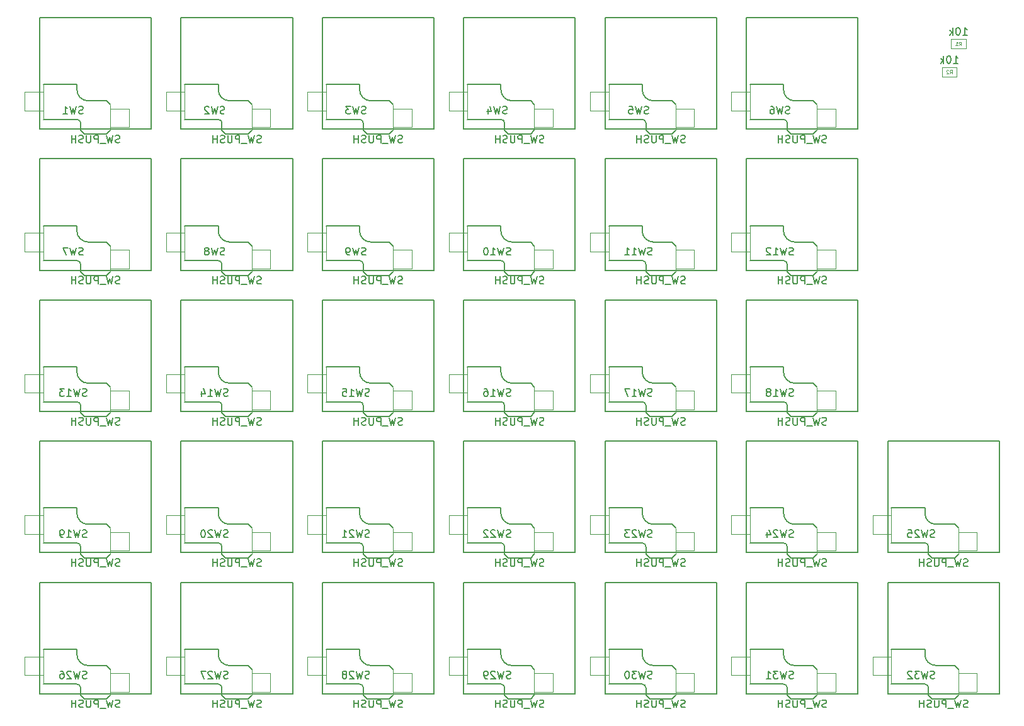
<source format=gbr>
G04 #@! TF.GenerationSoftware,KiCad,Pcbnew,(6.0.0)*
G04 #@! TF.CreationDate,2021-12-26T21:23:53+01:00*
G04 #@! TF.ProjectId,helixhschoc,68656c69-7868-4736-9368-6f632e6b6963,rev?*
G04 #@! TF.SameCoordinates,Original*
G04 #@! TF.FileFunction,AssemblyDrawing,Bot*
%FSLAX46Y46*%
G04 Gerber Fmt 4.6, Leading zero omitted, Abs format (unit mm)*
G04 Created by KiCad (PCBNEW (6.0.0)) date 2021-12-26 21:23:53*
%MOMM*%
%LPD*%
G01*
G04 APERTURE LIST*
%ADD10C,0.150000*%
%ADD11C,0.080000*%
%ADD12C,0.120000*%
%ADD13C,0.100000*%
G04 APERTURE END LIST*
D10*
X85763873Y-61582301D02*
X85621016Y-61629920D01*
X85382920Y-61629920D01*
X85287682Y-61582301D01*
X85240063Y-61534682D01*
X85192444Y-61439444D01*
X85192444Y-61344206D01*
X85240063Y-61248968D01*
X85287682Y-61201349D01*
X85382920Y-61153730D01*
X85573397Y-61106111D01*
X85668635Y-61058492D01*
X85716254Y-61010873D01*
X85763873Y-60915635D01*
X85763873Y-60820397D01*
X85716254Y-60725159D01*
X85668635Y-60677540D01*
X85573397Y-60629920D01*
X85335301Y-60629920D01*
X85192444Y-60677540D01*
X84859111Y-60629920D02*
X84621016Y-61629920D01*
X84430540Y-60915635D01*
X84240063Y-61629920D01*
X84001968Y-60629920D01*
X83097206Y-61629920D02*
X83668635Y-61629920D01*
X83382920Y-61629920D02*
X83382920Y-60629920D01*
X83478159Y-60772778D01*
X83573397Y-60868016D01*
X83668635Y-60915635D01*
X90692444Y-65472301D02*
X90549587Y-65519920D01*
X90311492Y-65519920D01*
X90216254Y-65472301D01*
X90168635Y-65424682D01*
X90121016Y-65329444D01*
X90121016Y-65234206D01*
X90168635Y-65138968D01*
X90216254Y-65091349D01*
X90311492Y-65043730D01*
X90501968Y-64996111D01*
X90597206Y-64948492D01*
X90644825Y-64900873D01*
X90692444Y-64805635D01*
X90692444Y-64710397D01*
X90644825Y-64615159D01*
X90597206Y-64567540D01*
X90501968Y-64519920D01*
X90263873Y-64519920D01*
X90121016Y-64567540D01*
X89787682Y-64519920D02*
X89549587Y-65519920D01*
X89359111Y-64805635D01*
X89168635Y-65519920D01*
X88930540Y-64519920D01*
X88787682Y-65615159D02*
X88025778Y-65615159D01*
X87787682Y-65519920D02*
X87787682Y-64519920D01*
X87406730Y-64519920D01*
X87311492Y-64567540D01*
X87263873Y-64615159D01*
X87216254Y-64710397D01*
X87216254Y-64853254D01*
X87263873Y-64948492D01*
X87311492Y-64996111D01*
X87406730Y-65043730D01*
X87787682Y-65043730D01*
X86787682Y-64519920D02*
X86787682Y-65329444D01*
X86740063Y-65424682D01*
X86692444Y-65472301D01*
X86597206Y-65519920D01*
X86406730Y-65519920D01*
X86311492Y-65472301D01*
X86263873Y-65424682D01*
X86216254Y-65329444D01*
X86216254Y-64519920D01*
X85787682Y-65472301D02*
X85644825Y-65519920D01*
X85406730Y-65519920D01*
X85311492Y-65472301D01*
X85263873Y-65424682D01*
X85216254Y-65329444D01*
X85216254Y-65234206D01*
X85263873Y-65138968D01*
X85311492Y-65091349D01*
X85406730Y-65043730D01*
X85597206Y-64996111D01*
X85692444Y-64948492D01*
X85740063Y-64900873D01*
X85787682Y-64805635D01*
X85787682Y-64710397D01*
X85740063Y-64615159D01*
X85692444Y-64567540D01*
X85597206Y-64519920D01*
X85359111Y-64519920D01*
X85216254Y-64567540D01*
X84787682Y-65519920D02*
X84787682Y-64519920D01*
X84787682Y-64996111D02*
X84216254Y-64996111D01*
X84216254Y-65519920D02*
X84216254Y-64519920D01*
X147692444Y-65472301D02*
X147549587Y-65519920D01*
X147311492Y-65519920D01*
X147216254Y-65472301D01*
X147168635Y-65424682D01*
X147121016Y-65329444D01*
X147121016Y-65234206D01*
X147168635Y-65138968D01*
X147216254Y-65091349D01*
X147311492Y-65043730D01*
X147501968Y-64996111D01*
X147597206Y-64948492D01*
X147644825Y-64900873D01*
X147692444Y-64805635D01*
X147692444Y-64710397D01*
X147644825Y-64615159D01*
X147597206Y-64567540D01*
X147501968Y-64519920D01*
X147263873Y-64519920D01*
X147121016Y-64567540D01*
X146787682Y-64519920D02*
X146549587Y-65519920D01*
X146359111Y-64805635D01*
X146168635Y-65519920D01*
X145930540Y-64519920D01*
X145787682Y-65615159D02*
X145025778Y-65615159D01*
X144787682Y-65519920D02*
X144787682Y-64519920D01*
X144406730Y-64519920D01*
X144311492Y-64567540D01*
X144263873Y-64615159D01*
X144216254Y-64710397D01*
X144216254Y-64853254D01*
X144263873Y-64948492D01*
X144311492Y-64996111D01*
X144406730Y-65043730D01*
X144787682Y-65043730D01*
X143787682Y-64519920D02*
X143787682Y-65329444D01*
X143740063Y-65424682D01*
X143692444Y-65472301D01*
X143597206Y-65519920D01*
X143406730Y-65519920D01*
X143311492Y-65472301D01*
X143263873Y-65424682D01*
X143216254Y-65329444D01*
X143216254Y-64519920D01*
X142787682Y-65472301D02*
X142644825Y-65519920D01*
X142406730Y-65519920D01*
X142311492Y-65472301D01*
X142263873Y-65424682D01*
X142216254Y-65329444D01*
X142216254Y-65234206D01*
X142263873Y-65138968D01*
X142311492Y-65091349D01*
X142406730Y-65043730D01*
X142597206Y-64996111D01*
X142692444Y-64948492D01*
X142740063Y-64900873D01*
X142787682Y-64805635D01*
X142787682Y-64710397D01*
X142740063Y-64615159D01*
X142692444Y-64567540D01*
X142597206Y-64519920D01*
X142359111Y-64519920D01*
X142216254Y-64567540D01*
X141787682Y-65519920D02*
X141787682Y-64519920D01*
X141787682Y-64996111D02*
X141216254Y-64996111D01*
X141216254Y-65519920D02*
X141216254Y-64519920D01*
X142763873Y-61582301D02*
X142621016Y-61629920D01*
X142382920Y-61629920D01*
X142287682Y-61582301D01*
X142240063Y-61534682D01*
X142192444Y-61439444D01*
X142192444Y-61344206D01*
X142240063Y-61248968D01*
X142287682Y-61201349D01*
X142382920Y-61153730D01*
X142573397Y-61106111D01*
X142668635Y-61058492D01*
X142716254Y-61010873D01*
X142763873Y-60915635D01*
X142763873Y-60820397D01*
X142716254Y-60725159D01*
X142668635Y-60677540D01*
X142573397Y-60629920D01*
X142335301Y-60629920D01*
X142192444Y-60677540D01*
X141859111Y-60629920D02*
X141621016Y-61629920D01*
X141430540Y-60915635D01*
X141240063Y-61629920D01*
X141001968Y-60629920D01*
X140192444Y-60963254D02*
X140192444Y-61629920D01*
X140430540Y-60582301D02*
X140668635Y-61296587D01*
X140049587Y-61296587D01*
X128692444Y-65472301D02*
X128549587Y-65519920D01*
X128311492Y-65519920D01*
X128216254Y-65472301D01*
X128168635Y-65424682D01*
X128121016Y-65329444D01*
X128121016Y-65234206D01*
X128168635Y-65138968D01*
X128216254Y-65091349D01*
X128311492Y-65043730D01*
X128501968Y-64996111D01*
X128597206Y-64948492D01*
X128644825Y-64900873D01*
X128692444Y-64805635D01*
X128692444Y-64710397D01*
X128644825Y-64615159D01*
X128597206Y-64567540D01*
X128501968Y-64519920D01*
X128263873Y-64519920D01*
X128121016Y-64567540D01*
X127787682Y-64519920D02*
X127549587Y-65519920D01*
X127359111Y-64805635D01*
X127168635Y-65519920D01*
X126930540Y-64519920D01*
X126787682Y-65615159D02*
X126025778Y-65615159D01*
X125787682Y-65519920D02*
X125787682Y-64519920D01*
X125406730Y-64519920D01*
X125311492Y-64567540D01*
X125263873Y-64615159D01*
X125216254Y-64710397D01*
X125216254Y-64853254D01*
X125263873Y-64948492D01*
X125311492Y-64996111D01*
X125406730Y-65043730D01*
X125787682Y-65043730D01*
X124787682Y-64519920D02*
X124787682Y-65329444D01*
X124740063Y-65424682D01*
X124692444Y-65472301D01*
X124597206Y-65519920D01*
X124406730Y-65519920D01*
X124311492Y-65472301D01*
X124263873Y-65424682D01*
X124216254Y-65329444D01*
X124216254Y-64519920D01*
X123787682Y-65472301D02*
X123644825Y-65519920D01*
X123406730Y-65519920D01*
X123311492Y-65472301D01*
X123263873Y-65424682D01*
X123216254Y-65329444D01*
X123216254Y-65234206D01*
X123263873Y-65138968D01*
X123311492Y-65091349D01*
X123406730Y-65043730D01*
X123597206Y-64996111D01*
X123692444Y-64948492D01*
X123740063Y-64900873D01*
X123787682Y-64805635D01*
X123787682Y-64710397D01*
X123740063Y-64615159D01*
X123692444Y-64567540D01*
X123597206Y-64519920D01*
X123359111Y-64519920D01*
X123216254Y-64567540D01*
X122787682Y-65519920D02*
X122787682Y-64519920D01*
X122787682Y-64996111D02*
X122216254Y-64996111D01*
X122216254Y-65519920D02*
X122216254Y-64519920D01*
X123763873Y-61582301D02*
X123621016Y-61629920D01*
X123382920Y-61629920D01*
X123287682Y-61582301D01*
X123240063Y-61534682D01*
X123192444Y-61439444D01*
X123192444Y-61344206D01*
X123240063Y-61248968D01*
X123287682Y-61201349D01*
X123382920Y-61153730D01*
X123573397Y-61106111D01*
X123668635Y-61058492D01*
X123716254Y-61010873D01*
X123763873Y-60915635D01*
X123763873Y-60820397D01*
X123716254Y-60725159D01*
X123668635Y-60677540D01*
X123573397Y-60629920D01*
X123335301Y-60629920D01*
X123192444Y-60677540D01*
X122859111Y-60629920D02*
X122621016Y-61629920D01*
X122430540Y-60915635D01*
X122240063Y-61629920D01*
X122001968Y-60629920D01*
X121716254Y-60629920D02*
X121097206Y-60629920D01*
X121430540Y-61010873D01*
X121287682Y-61010873D01*
X121192444Y-61058492D01*
X121144825Y-61106111D01*
X121097206Y-61201349D01*
X121097206Y-61439444D01*
X121144825Y-61534682D01*
X121192444Y-61582301D01*
X121287682Y-61629920D01*
X121573397Y-61629920D01*
X121668635Y-61582301D01*
X121716254Y-61534682D01*
X104763873Y-61582301D02*
X104621016Y-61629920D01*
X104382920Y-61629920D01*
X104287682Y-61582301D01*
X104240063Y-61534682D01*
X104192444Y-61439444D01*
X104192444Y-61344206D01*
X104240063Y-61248968D01*
X104287682Y-61201349D01*
X104382920Y-61153730D01*
X104573397Y-61106111D01*
X104668635Y-61058492D01*
X104716254Y-61010873D01*
X104763873Y-60915635D01*
X104763873Y-60820397D01*
X104716254Y-60725159D01*
X104668635Y-60677540D01*
X104573397Y-60629920D01*
X104335301Y-60629920D01*
X104192444Y-60677540D01*
X103859111Y-60629920D02*
X103621016Y-61629920D01*
X103430540Y-60915635D01*
X103240063Y-61629920D01*
X103001968Y-60629920D01*
X102668635Y-60725159D02*
X102621016Y-60677540D01*
X102525778Y-60629920D01*
X102287682Y-60629920D01*
X102192444Y-60677540D01*
X102144825Y-60725159D01*
X102097206Y-60820397D01*
X102097206Y-60915635D01*
X102144825Y-61058492D01*
X102716254Y-61629920D01*
X102097206Y-61629920D01*
X109692444Y-65472301D02*
X109549587Y-65519920D01*
X109311492Y-65519920D01*
X109216254Y-65472301D01*
X109168635Y-65424682D01*
X109121016Y-65329444D01*
X109121016Y-65234206D01*
X109168635Y-65138968D01*
X109216254Y-65091349D01*
X109311492Y-65043730D01*
X109501968Y-64996111D01*
X109597206Y-64948492D01*
X109644825Y-64900873D01*
X109692444Y-64805635D01*
X109692444Y-64710397D01*
X109644825Y-64615159D01*
X109597206Y-64567540D01*
X109501968Y-64519920D01*
X109263873Y-64519920D01*
X109121016Y-64567540D01*
X108787682Y-64519920D02*
X108549587Y-65519920D01*
X108359111Y-64805635D01*
X108168635Y-65519920D01*
X107930540Y-64519920D01*
X107787682Y-65615159D02*
X107025778Y-65615159D01*
X106787682Y-65519920D02*
X106787682Y-64519920D01*
X106406730Y-64519920D01*
X106311492Y-64567540D01*
X106263873Y-64615159D01*
X106216254Y-64710397D01*
X106216254Y-64853254D01*
X106263873Y-64948492D01*
X106311492Y-64996111D01*
X106406730Y-65043730D01*
X106787682Y-65043730D01*
X105787682Y-64519920D02*
X105787682Y-65329444D01*
X105740063Y-65424682D01*
X105692444Y-65472301D01*
X105597206Y-65519920D01*
X105406730Y-65519920D01*
X105311492Y-65472301D01*
X105263873Y-65424682D01*
X105216254Y-65329444D01*
X105216254Y-64519920D01*
X104787682Y-65472301D02*
X104644825Y-65519920D01*
X104406730Y-65519920D01*
X104311492Y-65472301D01*
X104263873Y-65424682D01*
X104216254Y-65329444D01*
X104216254Y-65234206D01*
X104263873Y-65138968D01*
X104311492Y-65091349D01*
X104406730Y-65043730D01*
X104597206Y-64996111D01*
X104692444Y-64948492D01*
X104740063Y-64900873D01*
X104787682Y-64805635D01*
X104787682Y-64710397D01*
X104740063Y-64615159D01*
X104692444Y-64567540D01*
X104597206Y-64519920D01*
X104359111Y-64519920D01*
X104216254Y-64567540D01*
X103787682Y-65519920D02*
X103787682Y-64519920D01*
X103787682Y-64996111D02*
X103216254Y-64996111D01*
X103216254Y-65519920D02*
X103216254Y-64519920D01*
X166692444Y-65472301D02*
X166549587Y-65519920D01*
X166311492Y-65519920D01*
X166216254Y-65472301D01*
X166168635Y-65424682D01*
X166121016Y-65329444D01*
X166121016Y-65234206D01*
X166168635Y-65138968D01*
X166216254Y-65091349D01*
X166311492Y-65043730D01*
X166501968Y-64996111D01*
X166597206Y-64948492D01*
X166644825Y-64900873D01*
X166692444Y-64805635D01*
X166692444Y-64710397D01*
X166644825Y-64615159D01*
X166597206Y-64567540D01*
X166501968Y-64519920D01*
X166263873Y-64519920D01*
X166121016Y-64567540D01*
X165787682Y-64519920D02*
X165549587Y-65519920D01*
X165359111Y-64805635D01*
X165168635Y-65519920D01*
X164930540Y-64519920D01*
X164787682Y-65615159D02*
X164025778Y-65615159D01*
X163787682Y-65519920D02*
X163787682Y-64519920D01*
X163406730Y-64519920D01*
X163311492Y-64567540D01*
X163263873Y-64615159D01*
X163216254Y-64710397D01*
X163216254Y-64853254D01*
X163263873Y-64948492D01*
X163311492Y-64996111D01*
X163406730Y-65043730D01*
X163787682Y-65043730D01*
X162787682Y-64519920D02*
X162787682Y-65329444D01*
X162740063Y-65424682D01*
X162692444Y-65472301D01*
X162597206Y-65519920D01*
X162406730Y-65519920D01*
X162311492Y-65472301D01*
X162263873Y-65424682D01*
X162216254Y-65329444D01*
X162216254Y-64519920D01*
X161787682Y-65472301D02*
X161644825Y-65519920D01*
X161406730Y-65519920D01*
X161311492Y-65472301D01*
X161263873Y-65424682D01*
X161216254Y-65329444D01*
X161216254Y-65234206D01*
X161263873Y-65138968D01*
X161311492Y-65091349D01*
X161406730Y-65043730D01*
X161597206Y-64996111D01*
X161692444Y-64948492D01*
X161740063Y-64900873D01*
X161787682Y-64805635D01*
X161787682Y-64710397D01*
X161740063Y-64615159D01*
X161692444Y-64567540D01*
X161597206Y-64519920D01*
X161359111Y-64519920D01*
X161216254Y-64567540D01*
X160787682Y-65519920D02*
X160787682Y-64519920D01*
X160787682Y-64996111D02*
X160216254Y-64996111D01*
X160216254Y-65519920D02*
X160216254Y-64519920D01*
X161763873Y-61582301D02*
X161621016Y-61629920D01*
X161382920Y-61629920D01*
X161287682Y-61582301D01*
X161240063Y-61534682D01*
X161192444Y-61439444D01*
X161192444Y-61344206D01*
X161240063Y-61248968D01*
X161287682Y-61201349D01*
X161382920Y-61153730D01*
X161573397Y-61106111D01*
X161668635Y-61058492D01*
X161716254Y-61010873D01*
X161763873Y-60915635D01*
X161763873Y-60820397D01*
X161716254Y-60725159D01*
X161668635Y-60677540D01*
X161573397Y-60629920D01*
X161335301Y-60629920D01*
X161192444Y-60677540D01*
X160859111Y-60629920D02*
X160621016Y-61629920D01*
X160430540Y-60915635D01*
X160240063Y-61629920D01*
X160001968Y-60629920D01*
X159144825Y-60629920D02*
X159621016Y-60629920D01*
X159668635Y-61106111D01*
X159621016Y-61058492D01*
X159525778Y-61010873D01*
X159287682Y-61010873D01*
X159192444Y-61058492D01*
X159144825Y-61106111D01*
X159097206Y-61201349D01*
X159097206Y-61439444D01*
X159144825Y-61534682D01*
X159192444Y-61582301D01*
X159287682Y-61629920D01*
X159525778Y-61629920D01*
X159621016Y-61582301D01*
X159668635Y-61534682D01*
X185692444Y-141472301D02*
X185549587Y-141519920D01*
X185311492Y-141519920D01*
X185216254Y-141472301D01*
X185168635Y-141424682D01*
X185121016Y-141329444D01*
X185121016Y-141234206D01*
X185168635Y-141138968D01*
X185216254Y-141091349D01*
X185311492Y-141043730D01*
X185501968Y-140996111D01*
X185597206Y-140948492D01*
X185644825Y-140900873D01*
X185692444Y-140805635D01*
X185692444Y-140710397D01*
X185644825Y-140615159D01*
X185597206Y-140567540D01*
X185501968Y-140519920D01*
X185263873Y-140519920D01*
X185121016Y-140567540D01*
X184787682Y-140519920D02*
X184549587Y-141519920D01*
X184359111Y-140805635D01*
X184168635Y-141519920D01*
X183930540Y-140519920D01*
X183787682Y-141615159D02*
X183025778Y-141615159D01*
X182787682Y-141519920D02*
X182787682Y-140519920D01*
X182406730Y-140519920D01*
X182311492Y-140567540D01*
X182263873Y-140615159D01*
X182216254Y-140710397D01*
X182216254Y-140853254D01*
X182263873Y-140948492D01*
X182311492Y-140996111D01*
X182406730Y-141043730D01*
X182787682Y-141043730D01*
X181787682Y-140519920D02*
X181787682Y-141329444D01*
X181740063Y-141424682D01*
X181692444Y-141472301D01*
X181597206Y-141519920D01*
X181406730Y-141519920D01*
X181311492Y-141472301D01*
X181263873Y-141424682D01*
X181216254Y-141329444D01*
X181216254Y-140519920D01*
X180787682Y-141472301D02*
X180644825Y-141519920D01*
X180406730Y-141519920D01*
X180311492Y-141472301D01*
X180263873Y-141424682D01*
X180216254Y-141329444D01*
X180216254Y-141234206D01*
X180263873Y-141138968D01*
X180311492Y-141091349D01*
X180406730Y-141043730D01*
X180597206Y-140996111D01*
X180692444Y-140948492D01*
X180740063Y-140900873D01*
X180787682Y-140805635D01*
X180787682Y-140710397D01*
X180740063Y-140615159D01*
X180692444Y-140567540D01*
X180597206Y-140519920D01*
X180359111Y-140519920D01*
X180216254Y-140567540D01*
X179787682Y-141519920D02*
X179787682Y-140519920D01*
X179787682Y-140996111D02*
X179216254Y-140996111D01*
X179216254Y-141519920D02*
X179216254Y-140519920D01*
X181240063Y-137582301D02*
X181097206Y-137629920D01*
X180859111Y-137629920D01*
X180763873Y-137582301D01*
X180716254Y-137534682D01*
X180668635Y-137439444D01*
X180668635Y-137344206D01*
X180716254Y-137248968D01*
X180763873Y-137201349D01*
X180859111Y-137153730D01*
X181049587Y-137106111D01*
X181144825Y-137058492D01*
X181192444Y-137010873D01*
X181240063Y-136915635D01*
X181240063Y-136820397D01*
X181192444Y-136725159D01*
X181144825Y-136677540D01*
X181049587Y-136629920D01*
X180811492Y-136629920D01*
X180668635Y-136677540D01*
X180335301Y-136629920D02*
X180097206Y-137629920D01*
X179906730Y-136915635D01*
X179716254Y-137629920D01*
X179478159Y-136629920D01*
X179192444Y-136629920D02*
X178573397Y-136629920D01*
X178906730Y-137010873D01*
X178763873Y-137010873D01*
X178668635Y-137058492D01*
X178621016Y-137106111D01*
X178573397Y-137201349D01*
X178573397Y-137439444D01*
X178621016Y-137534682D01*
X178668635Y-137582301D01*
X178763873Y-137629920D01*
X179049587Y-137629920D01*
X179144825Y-137582301D01*
X179192444Y-137534682D01*
X177621016Y-137629920D02*
X178192444Y-137629920D01*
X177906730Y-137629920D02*
X177906730Y-136629920D01*
X178001968Y-136772778D01*
X178097206Y-136868016D01*
X178192444Y-136915635D01*
X162240063Y-137582301D02*
X162097206Y-137629920D01*
X161859111Y-137629920D01*
X161763873Y-137582301D01*
X161716254Y-137534682D01*
X161668635Y-137439444D01*
X161668635Y-137344206D01*
X161716254Y-137248968D01*
X161763873Y-137201349D01*
X161859111Y-137153730D01*
X162049587Y-137106111D01*
X162144825Y-137058492D01*
X162192444Y-137010873D01*
X162240063Y-136915635D01*
X162240063Y-136820397D01*
X162192444Y-136725159D01*
X162144825Y-136677540D01*
X162049587Y-136629920D01*
X161811492Y-136629920D01*
X161668635Y-136677540D01*
X161335301Y-136629920D02*
X161097206Y-137629920D01*
X160906730Y-136915635D01*
X160716254Y-137629920D01*
X160478159Y-136629920D01*
X160192444Y-136629920D02*
X159573397Y-136629920D01*
X159906730Y-137010873D01*
X159763873Y-137010873D01*
X159668635Y-137058492D01*
X159621016Y-137106111D01*
X159573397Y-137201349D01*
X159573397Y-137439444D01*
X159621016Y-137534682D01*
X159668635Y-137582301D01*
X159763873Y-137629920D01*
X160049587Y-137629920D01*
X160144825Y-137582301D01*
X160192444Y-137534682D01*
X158954349Y-136629920D02*
X158859111Y-136629920D01*
X158763873Y-136677540D01*
X158716254Y-136725159D01*
X158668635Y-136820397D01*
X158621016Y-137010873D01*
X158621016Y-137248968D01*
X158668635Y-137439444D01*
X158716254Y-137534682D01*
X158763873Y-137582301D01*
X158859111Y-137629920D01*
X158954349Y-137629920D01*
X159049587Y-137582301D01*
X159097206Y-137534682D01*
X159144825Y-137439444D01*
X159192444Y-137248968D01*
X159192444Y-137010873D01*
X159144825Y-136820397D01*
X159097206Y-136725159D01*
X159049587Y-136677540D01*
X158954349Y-136629920D01*
X166692444Y-141472301D02*
X166549587Y-141519920D01*
X166311492Y-141519920D01*
X166216254Y-141472301D01*
X166168635Y-141424682D01*
X166121016Y-141329444D01*
X166121016Y-141234206D01*
X166168635Y-141138968D01*
X166216254Y-141091349D01*
X166311492Y-141043730D01*
X166501968Y-140996111D01*
X166597206Y-140948492D01*
X166644825Y-140900873D01*
X166692444Y-140805635D01*
X166692444Y-140710397D01*
X166644825Y-140615159D01*
X166597206Y-140567540D01*
X166501968Y-140519920D01*
X166263873Y-140519920D01*
X166121016Y-140567540D01*
X165787682Y-140519920D02*
X165549587Y-141519920D01*
X165359111Y-140805635D01*
X165168635Y-141519920D01*
X164930540Y-140519920D01*
X164787682Y-141615159D02*
X164025778Y-141615159D01*
X163787682Y-141519920D02*
X163787682Y-140519920D01*
X163406730Y-140519920D01*
X163311492Y-140567540D01*
X163263873Y-140615159D01*
X163216254Y-140710397D01*
X163216254Y-140853254D01*
X163263873Y-140948492D01*
X163311492Y-140996111D01*
X163406730Y-141043730D01*
X163787682Y-141043730D01*
X162787682Y-140519920D02*
X162787682Y-141329444D01*
X162740063Y-141424682D01*
X162692444Y-141472301D01*
X162597206Y-141519920D01*
X162406730Y-141519920D01*
X162311492Y-141472301D01*
X162263873Y-141424682D01*
X162216254Y-141329444D01*
X162216254Y-140519920D01*
X161787682Y-141472301D02*
X161644825Y-141519920D01*
X161406730Y-141519920D01*
X161311492Y-141472301D01*
X161263873Y-141424682D01*
X161216254Y-141329444D01*
X161216254Y-141234206D01*
X161263873Y-141138968D01*
X161311492Y-141091349D01*
X161406730Y-141043730D01*
X161597206Y-140996111D01*
X161692444Y-140948492D01*
X161740063Y-140900873D01*
X161787682Y-140805635D01*
X161787682Y-140710397D01*
X161740063Y-140615159D01*
X161692444Y-140567540D01*
X161597206Y-140519920D01*
X161359111Y-140519920D01*
X161216254Y-140567540D01*
X160787682Y-141519920D02*
X160787682Y-140519920D01*
X160787682Y-140996111D02*
X160216254Y-140996111D01*
X160216254Y-141519920D02*
X160216254Y-140519920D01*
X147692444Y-141472301D02*
X147549587Y-141519920D01*
X147311492Y-141519920D01*
X147216254Y-141472301D01*
X147168635Y-141424682D01*
X147121016Y-141329444D01*
X147121016Y-141234206D01*
X147168635Y-141138968D01*
X147216254Y-141091349D01*
X147311492Y-141043730D01*
X147501968Y-140996111D01*
X147597206Y-140948492D01*
X147644825Y-140900873D01*
X147692444Y-140805635D01*
X147692444Y-140710397D01*
X147644825Y-140615159D01*
X147597206Y-140567540D01*
X147501968Y-140519920D01*
X147263873Y-140519920D01*
X147121016Y-140567540D01*
X146787682Y-140519920D02*
X146549587Y-141519920D01*
X146359111Y-140805635D01*
X146168635Y-141519920D01*
X145930540Y-140519920D01*
X145787682Y-141615159D02*
X145025778Y-141615159D01*
X144787682Y-141519920D02*
X144787682Y-140519920D01*
X144406730Y-140519920D01*
X144311492Y-140567540D01*
X144263873Y-140615159D01*
X144216254Y-140710397D01*
X144216254Y-140853254D01*
X144263873Y-140948492D01*
X144311492Y-140996111D01*
X144406730Y-141043730D01*
X144787682Y-141043730D01*
X143787682Y-140519920D02*
X143787682Y-141329444D01*
X143740063Y-141424682D01*
X143692444Y-141472301D01*
X143597206Y-141519920D01*
X143406730Y-141519920D01*
X143311492Y-141472301D01*
X143263873Y-141424682D01*
X143216254Y-141329444D01*
X143216254Y-140519920D01*
X142787682Y-141472301D02*
X142644825Y-141519920D01*
X142406730Y-141519920D01*
X142311492Y-141472301D01*
X142263873Y-141424682D01*
X142216254Y-141329444D01*
X142216254Y-141234206D01*
X142263873Y-141138968D01*
X142311492Y-141091349D01*
X142406730Y-141043730D01*
X142597206Y-140996111D01*
X142692444Y-140948492D01*
X142740063Y-140900873D01*
X142787682Y-140805635D01*
X142787682Y-140710397D01*
X142740063Y-140615159D01*
X142692444Y-140567540D01*
X142597206Y-140519920D01*
X142359111Y-140519920D01*
X142216254Y-140567540D01*
X141787682Y-141519920D02*
X141787682Y-140519920D01*
X141787682Y-140996111D02*
X141216254Y-140996111D01*
X141216254Y-141519920D02*
X141216254Y-140519920D01*
X143240063Y-137582301D02*
X143097206Y-137629920D01*
X142859111Y-137629920D01*
X142763873Y-137582301D01*
X142716254Y-137534682D01*
X142668635Y-137439444D01*
X142668635Y-137344206D01*
X142716254Y-137248968D01*
X142763873Y-137201349D01*
X142859111Y-137153730D01*
X143049587Y-137106111D01*
X143144825Y-137058492D01*
X143192444Y-137010873D01*
X143240063Y-136915635D01*
X143240063Y-136820397D01*
X143192444Y-136725159D01*
X143144825Y-136677540D01*
X143049587Y-136629920D01*
X142811492Y-136629920D01*
X142668635Y-136677540D01*
X142335301Y-136629920D02*
X142097206Y-137629920D01*
X141906730Y-136915635D01*
X141716254Y-137629920D01*
X141478159Y-136629920D01*
X141144825Y-136725159D02*
X141097206Y-136677540D01*
X141001968Y-136629920D01*
X140763873Y-136629920D01*
X140668635Y-136677540D01*
X140621016Y-136725159D01*
X140573397Y-136820397D01*
X140573397Y-136915635D01*
X140621016Y-137058492D01*
X141192444Y-137629920D01*
X140573397Y-137629920D01*
X140097206Y-137629920D02*
X139906730Y-137629920D01*
X139811492Y-137582301D01*
X139763873Y-137534682D01*
X139668635Y-137391825D01*
X139621016Y-137201349D01*
X139621016Y-136820397D01*
X139668635Y-136725159D01*
X139716254Y-136677540D01*
X139811492Y-136629920D01*
X140001968Y-136629920D01*
X140097206Y-136677540D01*
X140144825Y-136725159D01*
X140192444Y-136820397D01*
X140192444Y-137058492D01*
X140144825Y-137153730D01*
X140097206Y-137201349D01*
X140001968Y-137248968D01*
X139811492Y-137248968D01*
X139716254Y-137201349D01*
X139668635Y-137153730D01*
X139621016Y-137058492D01*
X90692444Y-141472301D02*
X90549587Y-141519920D01*
X90311492Y-141519920D01*
X90216254Y-141472301D01*
X90168635Y-141424682D01*
X90121016Y-141329444D01*
X90121016Y-141234206D01*
X90168635Y-141138968D01*
X90216254Y-141091349D01*
X90311492Y-141043730D01*
X90501968Y-140996111D01*
X90597206Y-140948492D01*
X90644825Y-140900873D01*
X90692444Y-140805635D01*
X90692444Y-140710397D01*
X90644825Y-140615159D01*
X90597206Y-140567540D01*
X90501968Y-140519920D01*
X90263873Y-140519920D01*
X90121016Y-140567540D01*
X89787682Y-140519920D02*
X89549587Y-141519920D01*
X89359111Y-140805635D01*
X89168635Y-141519920D01*
X88930540Y-140519920D01*
X88787682Y-141615159D02*
X88025778Y-141615159D01*
X87787682Y-141519920D02*
X87787682Y-140519920D01*
X87406730Y-140519920D01*
X87311492Y-140567540D01*
X87263873Y-140615159D01*
X87216254Y-140710397D01*
X87216254Y-140853254D01*
X87263873Y-140948492D01*
X87311492Y-140996111D01*
X87406730Y-141043730D01*
X87787682Y-141043730D01*
X86787682Y-140519920D02*
X86787682Y-141329444D01*
X86740063Y-141424682D01*
X86692444Y-141472301D01*
X86597206Y-141519920D01*
X86406730Y-141519920D01*
X86311492Y-141472301D01*
X86263873Y-141424682D01*
X86216254Y-141329444D01*
X86216254Y-140519920D01*
X85787682Y-141472301D02*
X85644825Y-141519920D01*
X85406730Y-141519920D01*
X85311492Y-141472301D01*
X85263873Y-141424682D01*
X85216254Y-141329444D01*
X85216254Y-141234206D01*
X85263873Y-141138968D01*
X85311492Y-141091349D01*
X85406730Y-141043730D01*
X85597206Y-140996111D01*
X85692444Y-140948492D01*
X85740063Y-140900873D01*
X85787682Y-140805635D01*
X85787682Y-140710397D01*
X85740063Y-140615159D01*
X85692444Y-140567540D01*
X85597206Y-140519920D01*
X85359111Y-140519920D01*
X85216254Y-140567540D01*
X84787682Y-141519920D02*
X84787682Y-140519920D01*
X84787682Y-140996111D02*
X84216254Y-140996111D01*
X84216254Y-141519920D02*
X84216254Y-140519920D01*
X86240063Y-137582301D02*
X86097206Y-137629920D01*
X85859111Y-137629920D01*
X85763873Y-137582301D01*
X85716254Y-137534682D01*
X85668635Y-137439444D01*
X85668635Y-137344206D01*
X85716254Y-137248968D01*
X85763873Y-137201349D01*
X85859111Y-137153730D01*
X86049587Y-137106111D01*
X86144825Y-137058492D01*
X86192444Y-137010873D01*
X86240063Y-136915635D01*
X86240063Y-136820397D01*
X86192444Y-136725159D01*
X86144825Y-136677540D01*
X86049587Y-136629920D01*
X85811492Y-136629920D01*
X85668635Y-136677540D01*
X85335301Y-136629920D02*
X85097206Y-137629920D01*
X84906730Y-136915635D01*
X84716254Y-137629920D01*
X84478159Y-136629920D01*
X84144825Y-136725159D02*
X84097206Y-136677540D01*
X84001968Y-136629920D01*
X83763873Y-136629920D01*
X83668635Y-136677540D01*
X83621016Y-136725159D01*
X83573397Y-136820397D01*
X83573397Y-136915635D01*
X83621016Y-137058492D01*
X84192444Y-137629920D01*
X83573397Y-137629920D01*
X82716254Y-136629920D02*
X82906730Y-136629920D01*
X83001968Y-136677540D01*
X83049587Y-136725159D01*
X83144825Y-136868016D01*
X83192444Y-137058492D01*
X83192444Y-137439444D01*
X83144825Y-137534682D01*
X83097206Y-137582301D01*
X83001968Y-137629920D01*
X82811492Y-137629920D01*
X82716254Y-137582301D01*
X82668635Y-137534682D01*
X82621016Y-137439444D01*
X82621016Y-137201349D01*
X82668635Y-137106111D01*
X82716254Y-137058492D01*
X82811492Y-137010873D01*
X83001968Y-137010873D01*
X83097206Y-137058492D01*
X83144825Y-137106111D01*
X83192444Y-137201349D01*
X128692444Y-141472301D02*
X128549587Y-141519920D01*
X128311492Y-141519920D01*
X128216254Y-141472301D01*
X128168635Y-141424682D01*
X128121016Y-141329444D01*
X128121016Y-141234206D01*
X128168635Y-141138968D01*
X128216254Y-141091349D01*
X128311492Y-141043730D01*
X128501968Y-140996111D01*
X128597206Y-140948492D01*
X128644825Y-140900873D01*
X128692444Y-140805635D01*
X128692444Y-140710397D01*
X128644825Y-140615159D01*
X128597206Y-140567540D01*
X128501968Y-140519920D01*
X128263873Y-140519920D01*
X128121016Y-140567540D01*
X127787682Y-140519920D02*
X127549587Y-141519920D01*
X127359111Y-140805635D01*
X127168635Y-141519920D01*
X126930540Y-140519920D01*
X126787682Y-141615159D02*
X126025778Y-141615159D01*
X125787682Y-141519920D02*
X125787682Y-140519920D01*
X125406730Y-140519920D01*
X125311492Y-140567540D01*
X125263873Y-140615159D01*
X125216254Y-140710397D01*
X125216254Y-140853254D01*
X125263873Y-140948492D01*
X125311492Y-140996111D01*
X125406730Y-141043730D01*
X125787682Y-141043730D01*
X124787682Y-140519920D02*
X124787682Y-141329444D01*
X124740063Y-141424682D01*
X124692444Y-141472301D01*
X124597206Y-141519920D01*
X124406730Y-141519920D01*
X124311492Y-141472301D01*
X124263873Y-141424682D01*
X124216254Y-141329444D01*
X124216254Y-140519920D01*
X123787682Y-141472301D02*
X123644825Y-141519920D01*
X123406730Y-141519920D01*
X123311492Y-141472301D01*
X123263873Y-141424682D01*
X123216254Y-141329444D01*
X123216254Y-141234206D01*
X123263873Y-141138968D01*
X123311492Y-141091349D01*
X123406730Y-141043730D01*
X123597206Y-140996111D01*
X123692444Y-140948492D01*
X123740063Y-140900873D01*
X123787682Y-140805635D01*
X123787682Y-140710397D01*
X123740063Y-140615159D01*
X123692444Y-140567540D01*
X123597206Y-140519920D01*
X123359111Y-140519920D01*
X123216254Y-140567540D01*
X122787682Y-141519920D02*
X122787682Y-140519920D01*
X122787682Y-140996111D02*
X122216254Y-140996111D01*
X122216254Y-141519920D02*
X122216254Y-140519920D01*
X124240063Y-137582301D02*
X124097206Y-137629920D01*
X123859111Y-137629920D01*
X123763873Y-137582301D01*
X123716254Y-137534682D01*
X123668635Y-137439444D01*
X123668635Y-137344206D01*
X123716254Y-137248968D01*
X123763873Y-137201349D01*
X123859111Y-137153730D01*
X124049587Y-137106111D01*
X124144825Y-137058492D01*
X124192444Y-137010873D01*
X124240063Y-136915635D01*
X124240063Y-136820397D01*
X124192444Y-136725159D01*
X124144825Y-136677540D01*
X124049587Y-136629920D01*
X123811492Y-136629920D01*
X123668635Y-136677540D01*
X123335301Y-136629920D02*
X123097206Y-137629920D01*
X122906730Y-136915635D01*
X122716254Y-137629920D01*
X122478159Y-136629920D01*
X122144825Y-136725159D02*
X122097206Y-136677540D01*
X122001968Y-136629920D01*
X121763873Y-136629920D01*
X121668635Y-136677540D01*
X121621016Y-136725159D01*
X121573397Y-136820397D01*
X121573397Y-136915635D01*
X121621016Y-137058492D01*
X122192444Y-137629920D01*
X121573397Y-137629920D01*
X121001968Y-137058492D02*
X121097206Y-137010873D01*
X121144825Y-136963254D01*
X121192444Y-136868016D01*
X121192444Y-136820397D01*
X121144825Y-136725159D01*
X121097206Y-136677540D01*
X121001968Y-136629920D01*
X120811492Y-136629920D01*
X120716254Y-136677540D01*
X120668635Y-136725159D01*
X120621016Y-136820397D01*
X120621016Y-136868016D01*
X120668635Y-136963254D01*
X120716254Y-137010873D01*
X120811492Y-137058492D01*
X121001968Y-137058492D01*
X121097206Y-137106111D01*
X121144825Y-137153730D01*
X121192444Y-137248968D01*
X121192444Y-137439444D01*
X121144825Y-137534682D01*
X121097206Y-137582301D01*
X121001968Y-137629920D01*
X120811492Y-137629920D01*
X120716254Y-137582301D01*
X120668635Y-137534682D01*
X120621016Y-137439444D01*
X120621016Y-137248968D01*
X120668635Y-137153730D01*
X120716254Y-137106111D01*
X120811492Y-137058492D01*
X204692444Y-122472301D02*
X204549587Y-122519920D01*
X204311492Y-122519920D01*
X204216254Y-122472301D01*
X204168635Y-122424682D01*
X204121016Y-122329444D01*
X204121016Y-122234206D01*
X204168635Y-122138968D01*
X204216254Y-122091349D01*
X204311492Y-122043730D01*
X204501968Y-121996111D01*
X204597206Y-121948492D01*
X204644825Y-121900873D01*
X204692444Y-121805635D01*
X204692444Y-121710397D01*
X204644825Y-121615159D01*
X204597206Y-121567540D01*
X204501968Y-121519920D01*
X204263873Y-121519920D01*
X204121016Y-121567540D01*
X203787682Y-121519920D02*
X203549587Y-122519920D01*
X203359111Y-121805635D01*
X203168635Y-122519920D01*
X202930540Y-121519920D01*
X202787682Y-122615159D02*
X202025778Y-122615159D01*
X201787682Y-122519920D02*
X201787682Y-121519920D01*
X201406730Y-121519920D01*
X201311492Y-121567540D01*
X201263873Y-121615159D01*
X201216254Y-121710397D01*
X201216254Y-121853254D01*
X201263873Y-121948492D01*
X201311492Y-121996111D01*
X201406730Y-122043730D01*
X201787682Y-122043730D01*
X200787682Y-121519920D02*
X200787682Y-122329444D01*
X200740063Y-122424682D01*
X200692444Y-122472301D01*
X200597206Y-122519920D01*
X200406730Y-122519920D01*
X200311492Y-122472301D01*
X200263873Y-122424682D01*
X200216254Y-122329444D01*
X200216254Y-121519920D01*
X199787682Y-122472301D02*
X199644825Y-122519920D01*
X199406730Y-122519920D01*
X199311492Y-122472301D01*
X199263873Y-122424682D01*
X199216254Y-122329444D01*
X199216254Y-122234206D01*
X199263873Y-122138968D01*
X199311492Y-122091349D01*
X199406730Y-122043730D01*
X199597206Y-121996111D01*
X199692444Y-121948492D01*
X199740063Y-121900873D01*
X199787682Y-121805635D01*
X199787682Y-121710397D01*
X199740063Y-121615159D01*
X199692444Y-121567540D01*
X199597206Y-121519920D01*
X199359111Y-121519920D01*
X199216254Y-121567540D01*
X198787682Y-122519920D02*
X198787682Y-121519920D01*
X198787682Y-121996111D02*
X198216254Y-121996111D01*
X198216254Y-122519920D02*
X198216254Y-121519920D01*
X200240063Y-118582301D02*
X200097206Y-118629920D01*
X199859111Y-118629920D01*
X199763873Y-118582301D01*
X199716254Y-118534682D01*
X199668635Y-118439444D01*
X199668635Y-118344206D01*
X199716254Y-118248968D01*
X199763873Y-118201349D01*
X199859111Y-118153730D01*
X200049587Y-118106111D01*
X200144825Y-118058492D01*
X200192444Y-118010873D01*
X200240063Y-117915635D01*
X200240063Y-117820397D01*
X200192444Y-117725159D01*
X200144825Y-117677540D01*
X200049587Y-117629920D01*
X199811492Y-117629920D01*
X199668635Y-117677540D01*
X199335301Y-117629920D02*
X199097206Y-118629920D01*
X198906730Y-117915635D01*
X198716254Y-118629920D01*
X198478159Y-117629920D01*
X198144825Y-117725159D02*
X198097206Y-117677540D01*
X198001968Y-117629920D01*
X197763873Y-117629920D01*
X197668635Y-117677540D01*
X197621016Y-117725159D01*
X197573397Y-117820397D01*
X197573397Y-117915635D01*
X197621016Y-118058492D01*
X198192444Y-118629920D01*
X197573397Y-118629920D01*
X196668635Y-117629920D02*
X197144825Y-117629920D01*
X197192444Y-118106111D01*
X197144825Y-118058492D01*
X197049587Y-118010873D01*
X196811492Y-118010873D01*
X196716254Y-118058492D01*
X196668635Y-118106111D01*
X196621016Y-118201349D01*
X196621016Y-118439444D01*
X196668635Y-118534682D01*
X196716254Y-118582301D01*
X196811492Y-118629920D01*
X197049587Y-118629920D01*
X197144825Y-118582301D01*
X197192444Y-118534682D01*
X109692444Y-141472301D02*
X109549587Y-141519920D01*
X109311492Y-141519920D01*
X109216254Y-141472301D01*
X109168635Y-141424682D01*
X109121016Y-141329444D01*
X109121016Y-141234206D01*
X109168635Y-141138968D01*
X109216254Y-141091349D01*
X109311492Y-141043730D01*
X109501968Y-140996111D01*
X109597206Y-140948492D01*
X109644825Y-140900873D01*
X109692444Y-140805635D01*
X109692444Y-140710397D01*
X109644825Y-140615159D01*
X109597206Y-140567540D01*
X109501968Y-140519920D01*
X109263873Y-140519920D01*
X109121016Y-140567540D01*
X108787682Y-140519920D02*
X108549587Y-141519920D01*
X108359111Y-140805635D01*
X108168635Y-141519920D01*
X107930540Y-140519920D01*
X107787682Y-141615159D02*
X107025778Y-141615159D01*
X106787682Y-141519920D02*
X106787682Y-140519920D01*
X106406730Y-140519920D01*
X106311492Y-140567540D01*
X106263873Y-140615159D01*
X106216254Y-140710397D01*
X106216254Y-140853254D01*
X106263873Y-140948492D01*
X106311492Y-140996111D01*
X106406730Y-141043730D01*
X106787682Y-141043730D01*
X105787682Y-140519920D02*
X105787682Y-141329444D01*
X105740063Y-141424682D01*
X105692444Y-141472301D01*
X105597206Y-141519920D01*
X105406730Y-141519920D01*
X105311492Y-141472301D01*
X105263873Y-141424682D01*
X105216254Y-141329444D01*
X105216254Y-140519920D01*
X104787682Y-141472301D02*
X104644825Y-141519920D01*
X104406730Y-141519920D01*
X104311492Y-141472301D01*
X104263873Y-141424682D01*
X104216254Y-141329444D01*
X104216254Y-141234206D01*
X104263873Y-141138968D01*
X104311492Y-141091349D01*
X104406730Y-141043730D01*
X104597206Y-140996111D01*
X104692444Y-140948492D01*
X104740063Y-140900873D01*
X104787682Y-140805635D01*
X104787682Y-140710397D01*
X104740063Y-140615159D01*
X104692444Y-140567540D01*
X104597206Y-140519920D01*
X104359111Y-140519920D01*
X104216254Y-140567540D01*
X103787682Y-141519920D02*
X103787682Y-140519920D01*
X103787682Y-140996111D02*
X103216254Y-140996111D01*
X103216254Y-141519920D02*
X103216254Y-140519920D01*
X105240063Y-137582301D02*
X105097206Y-137629920D01*
X104859111Y-137629920D01*
X104763873Y-137582301D01*
X104716254Y-137534682D01*
X104668635Y-137439444D01*
X104668635Y-137344206D01*
X104716254Y-137248968D01*
X104763873Y-137201349D01*
X104859111Y-137153730D01*
X105049587Y-137106111D01*
X105144825Y-137058492D01*
X105192444Y-137010873D01*
X105240063Y-136915635D01*
X105240063Y-136820397D01*
X105192444Y-136725159D01*
X105144825Y-136677540D01*
X105049587Y-136629920D01*
X104811492Y-136629920D01*
X104668635Y-136677540D01*
X104335301Y-136629920D02*
X104097206Y-137629920D01*
X103906730Y-136915635D01*
X103716254Y-137629920D01*
X103478159Y-136629920D01*
X103144825Y-136725159D02*
X103097206Y-136677540D01*
X103001968Y-136629920D01*
X102763873Y-136629920D01*
X102668635Y-136677540D01*
X102621016Y-136725159D01*
X102573397Y-136820397D01*
X102573397Y-136915635D01*
X102621016Y-137058492D01*
X103192444Y-137629920D01*
X102573397Y-137629920D01*
X102240063Y-136629920D02*
X101573397Y-136629920D01*
X102001968Y-137629920D01*
X185692444Y-122472301D02*
X185549587Y-122519920D01*
X185311492Y-122519920D01*
X185216254Y-122472301D01*
X185168635Y-122424682D01*
X185121016Y-122329444D01*
X185121016Y-122234206D01*
X185168635Y-122138968D01*
X185216254Y-122091349D01*
X185311492Y-122043730D01*
X185501968Y-121996111D01*
X185597206Y-121948492D01*
X185644825Y-121900873D01*
X185692444Y-121805635D01*
X185692444Y-121710397D01*
X185644825Y-121615159D01*
X185597206Y-121567540D01*
X185501968Y-121519920D01*
X185263873Y-121519920D01*
X185121016Y-121567540D01*
X184787682Y-121519920D02*
X184549587Y-122519920D01*
X184359111Y-121805635D01*
X184168635Y-122519920D01*
X183930540Y-121519920D01*
X183787682Y-122615159D02*
X183025778Y-122615159D01*
X182787682Y-122519920D02*
X182787682Y-121519920D01*
X182406730Y-121519920D01*
X182311492Y-121567540D01*
X182263873Y-121615159D01*
X182216254Y-121710397D01*
X182216254Y-121853254D01*
X182263873Y-121948492D01*
X182311492Y-121996111D01*
X182406730Y-122043730D01*
X182787682Y-122043730D01*
X181787682Y-121519920D02*
X181787682Y-122329444D01*
X181740063Y-122424682D01*
X181692444Y-122472301D01*
X181597206Y-122519920D01*
X181406730Y-122519920D01*
X181311492Y-122472301D01*
X181263873Y-122424682D01*
X181216254Y-122329444D01*
X181216254Y-121519920D01*
X180787682Y-122472301D02*
X180644825Y-122519920D01*
X180406730Y-122519920D01*
X180311492Y-122472301D01*
X180263873Y-122424682D01*
X180216254Y-122329444D01*
X180216254Y-122234206D01*
X180263873Y-122138968D01*
X180311492Y-122091349D01*
X180406730Y-122043730D01*
X180597206Y-121996111D01*
X180692444Y-121948492D01*
X180740063Y-121900873D01*
X180787682Y-121805635D01*
X180787682Y-121710397D01*
X180740063Y-121615159D01*
X180692444Y-121567540D01*
X180597206Y-121519920D01*
X180359111Y-121519920D01*
X180216254Y-121567540D01*
X179787682Y-122519920D02*
X179787682Y-121519920D01*
X179787682Y-121996111D02*
X179216254Y-121996111D01*
X179216254Y-122519920D02*
X179216254Y-121519920D01*
X181240063Y-118582301D02*
X181097206Y-118629920D01*
X180859111Y-118629920D01*
X180763873Y-118582301D01*
X180716254Y-118534682D01*
X180668635Y-118439444D01*
X180668635Y-118344206D01*
X180716254Y-118248968D01*
X180763873Y-118201349D01*
X180859111Y-118153730D01*
X181049587Y-118106111D01*
X181144825Y-118058492D01*
X181192444Y-118010873D01*
X181240063Y-117915635D01*
X181240063Y-117820397D01*
X181192444Y-117725159D01*
X181144825Y-117677540D01*
X181049587Y-117629920D01*
X180811492Y-117629920D01*
X180668635Y-117677540D01*
X180335301Y-117629920D02*
X180097206Y-118629920D01*
X179906730Y-117915635D01*
X179716254Y-118629920D01*
X179478159Y-117629920D01*
X179144825Y-117725159D02*
X179097206Y-117677540D01*
X179001968Y-117629920D01*
X178763873Y-117629920D01*
X178668635Y-117677540D01*
X178621016Y-117725159D01*
X178573397Y-117820397D01*
X178573397Y-117915635D01*
X178621016Y-118058492D01*
X179192444Y-118629920D01*
X178573397Y-118629920D01*
X177716254Y-117963254D02*
X177716254Y-118629920D01*
X177954349Y-117582301D02*
X178192444Y-118296587D01*
X177573397Y-118296587D01*
X204692444Y-141472301D02*
X204549587Y-141519920D01*
X204311492Y-141519920D01*
X204216254Y-141472301D01*
X204168635Y-141424682D01*
X204121016Y-141329444D01*
X204121016Y-141234206D01*
X204168635Y-141138968D01*
X204216254Y-141091349D01*
X204311492Y-141043730D01*
X204501968Y-140996111D01*
X204597206Y-140948492D01*
X204644825Y-140900873D01*
X204692444Y-140805635D01*
X204692444Y-140710397D01*
X204644825Y-140615159D01*
X204597206Y-140567540D01*
X204501968Y-140519920D01*
X204263873Y-140519920D01*
X204121016Y-140567540D01*
X203787682Y-140519920D02*
X203549587Y-141519920D01*
X203359111Y-140805635D01*
X203168635Y-141519920D01*
X202930540Y-140519920D01*
X202787682Y-141615159D02*
X202025778Y-141615159D01*
X201787682Y-141519920D02*
X201787682Y-140519920D01*
X201406730Y-140519920D01*
X201311492Y-140567540D01*
X201263873Y-140615159D01*
X201216254Y-140710397D01*
X201216254Y-140853254D01*
X201263873Y-140948492D01*
X201311492Y-140996111D01*
X201406730Y-141043730D01*
X201787682Y-141043730D01*
X200787682Y-140519920D02*
X200787682Y-141329444D01*
X200740063Y-141424682D01*
X200692444Y-141472301D01*
X200597206Y-141519920D01*
X200406730Y-141519920D01*
X200311492Y-141472301D01*
X200263873Y-141424682D01*
X200216254Y-141329444D01*
X200216254Y-140519920D01*
X199787682Y-141472301D02*
X199644825Y-141519920D01*
X199406730Y-141519920D01*
X199311492Y-141472301D01*
X199263873Y-141424682D01*
X199216254Y-141329444D01*
X199216254Y-141234206D01*
X199263873Y-141138968D01*
X199311492Y-141091349D01*
X199406730Y-141043730D01*
X199597206Y-140996111D01*
X199692444Y-140948492D01*
X199740063Y-140900873D01*
X199787682Y-140805635D01*
X199787682Y-140710397D01*
X199740063Y-140615159D01*
X199692444Y-140567540D01*
X199597206Y-140519920D01*
X199359111Y-140519920D01*
X199216254Y-140567540D01*
X198787682Y-141519920D02*
X198787682Y-140519920D01*
X198787682Y-140996111D02*
X198216254Y-140996111D01*
X198216254Y-141519920D02*
X198216254Y-140519920D01*
X200240063Y-137582301D02*
X200097206Y-137629920D01*
X199859111Y-137629920D01*
X199763873Y-137582301D01*
X199716254Y-137534682D01*
X199668635Y-137439444D01*
X199668635Y-137344206D01*
X199716254Y-137248968D01*
X199763873Y-137201349D01*
X199859111Y-137153730D01*
X200049587Y-137106111D01*
X200144825Y-137058492D01*
X200192444Y-137010873D01*
X200240063Y-136915635D01*
X200240063Y-136820397D01*
X200192444Y-136725159D01*
X200144825Y-136677540D01*
X200049587Y-136629920D01*
X199811492Y-136629920D01*
X199668635Y-136677540D01*
X199335301Y-136629920D02*
X199097206Y-137629920D01*
X198906730Y-136915635D01*
X198716254Y-137629920D01*
X198478159Y-136629920D01*
X198192444Y-136629920D02*
X197573397Y-136629920D01*
X197906730Y-137010873D01*
X197763873Y-137010873D01*
X197668635Y-137058492D01*
X197621016Y-137106111D01*
X197573397Y-137201349D01*
X197573397Y-137439444D01*
X197621016Y-137534682D01*
X197668635Y-137582301D01*
X197763873Y-137629920D01*
X198049587Y-137629920D01*
X198144825Y-137582301D01*
X198192444Y-137534682D01*
X197192444Y-136725159D02*
X197144825Y-136677540D01*
X197049587Y-136629920D01*
X196811492Y-136629920D01*
X196716254Y-136677540D01*
X196668635Y-136725159D01*
X196621016Y-136820397D01*
X196621016Y-136915635D01*
X196668635Y-137058492D01*
X197240063Y-137629920D01*
X196621016Y-137629920D01*
X128692444Y-84472301D02*
X128549587Y-84519920D01*
X128311492Y-84519920D01*
X128216254Y-84472301D01*
X128168635Y-84424682D01*
X128121016Y-84329444D01*
X128121016Y-84234206D01*
X128168635Y-84138968D01*
X128216254Y-84091349D01*
X128311492Y-84043730D01*
X128501968Y-83996111D01*
X128597206Y-83948492D01*
X128644825Y-83900873D01*
X128692444Y-83805635D01*
X128692444Y-83710397D01*
X128644825Y-83615159D01*
X128597206Y-83567540D01*
X128501968Y-83519920D01*
X128263873Y-83519920D01*
X128121016Y-83567540D01*
X127787682Y-83519920D02*
X127549587Y-84519920D01*
X127359111Y-83805635D01*
X127168635Y-84519920D01*
X126930540Y-83519920D01*
X126787682Y-84615159D02*
X126025778Y-84615159D01*
X125787682Y-84519920D02*
X125787682Y-83519920D01*
X125406730Y-83519920D01*
X125311492Y-83567540D01*
X125263873Y-83615159D01*
X125216254Y-83710397D01*
X125216254Y-83853254D01*
X125263873Y-83948492D01*
X125311492Y-83996111D01*
X125406730Y-84043730D01*
X125787682Y-84043730D01*
X124787682Y-83519920D02*
X124787682Y-84329444D01*
X124740063Y-84424682D01*
X124692444Y-84472301D01*
X124597206Y-84519920D01*
X124406730Y-84519920D01*
X124311492Y-84472301D01*
X124263873Y-84424682D01*
X124216254Y-84329444D01*
X124216254Y-83519920D01*
X123787682Y-84472301D02*
X123644825Y-84519920D01*
X123406730Y-84519920D01*
X123311492Y-84472301D01*
X123263873Y-84424682D01*
X123216254Y-84329444D01*
X123216254Y-84234206D01*
X123263873Y-84138968D01*
X123311492Y-84091349D01*
X123406730Y-84043730D01*
X123597206Y-83996111D01*
X123692444Y-83948492D01*
X123740063Y-83900873D01*
X123787682Y-83805635D01*
X123787682Y-83710397D01*
X123740063Y-83615159D01*
X123692444Y-83567540D01*
X123597206Y-83519920D01*
X123359111Y-83519920D01*
X123216254Y-83567540D01*
X122787682Y-84519920D02*
X122787682Y-83519920D01*
X122787682Y-83996111D02*
X122216254Y-83996111D01*
X122216254Y-84519920D02*
X122216254Y-83519920D01*
X123763873Y-80582301D02*
X123621016Y-80629920D01*
X123382920Y-80629920D01*
X123287682Y-80582301D01*
X123240063Y-80534682D01*
X123192444Y-80439444D01*
X123192444Y-80344206D01*
X123240063Y-80248968D01*
X123287682Y-80201349D01*
X123382920Y-80153730D01*
X123573397Y-80106111D01*
X123668635Y-80058492D01*
X123716254Y-80010873D01*
X123763873Y-79915635D01*
X123763873Y-79820397D01*
X123716254Y-79725159D01*
X123668635Y-79677540D01*
X123573397Y-79629920D01*
X123335301Y-79629920D01*
X123192444Y-79677540D01*
X122859111Y-79629920D02*
X122621016Y-80629920D01*
X122430540Y-79915635D01*
X122240063Y-80629920D01*
X122001968Y-79629920D01*
X121573397Y-80629920D02*
X121382920Y-80629920D01*
X121287682Y-80582301D01*
X121240063Y-80534682D01*
X121144825Y-80391825D01*
X121097206Y-80201349D01*
X121097206Y-79820397D01*
X121144825Y-79725159D01*
X121192444Y-79677540D01*
X121287682Y-79629920D01*
X121478159Y-79629920D01*
X121573397Y-79677540D01*
X121621016Y-79725159D01*
X121668635Y-79820397D01*
X121668635Y-80058492D01*
X121621016Y-80153730D01*
X121573397Y-80201349D01*
X121478159Y-80248968D01*
X121287682Y-80248968D01*
X121192444Y-80201349D01*
X121144825Y-80153730D01*
X121097206Y-80058492D01*
X147692444Y-103472301D02*
X147549587Y-103519920D01*
X147311492Y-103519920D01*
X147216254Y-103472301D01*
X147168635Y-103424682D01*
X147121016Y-103329444D01*
X147121016Y-103234206D01*
X147168635Y-103138968D01*
X147216254Y-103091349D01*
X147311492Y-103043730D01*
X147501968Y-102996111D01*
X147597206Y-102948492D01*
X147644825Y-102900873D01*
X147692444Y-102805635D01*
X147692444Y-102710397D01*
X147644825Y-102615159D01*
X147597206Y-102567540D01*
X147501968Y-102519920D01*
X147263873Y-102519920D01*
X147121016Y-102567540D01*
X146787682Y-102519920D02*
X146549587Y-103519920D01*
X146359111Y-102805635D01*
X146168635Y-103519920D01*
X145930540Y-102519920D01*
X145787682Y-103615159D02*
X145025778Y-103615159D01*
X144787682Y-103519920D02*
X144787682Y-102519920D01*
X144406730Y-102519920D01*
X144311492Y-102567540D01*
X144263873Y-102615159D01*
X144216254Y-102710397D01*
X144216254Y-102853254D01*
X144263873Y-102948492D01*
X144311492Y-102996111D01*
X144406730Y-103043730D01*
X144787682Y-103043730D01*
X143787682Y-102519920D02*
X143787682Y-103329444D01*
X143740063Y-103424682D01*
X143692444Y-103472301D01*
X143597206Y-103519920D01*
X143406730Y-103519920D01*
X143311492Y-103472301D01*
X143263873Y-103424682D01*
X143216254Y-103329444D01*
X143216254Y-102519920D01*
X142787682Y-103472301D02*
X142644825Y-103519920D01*
X142406730Y-103519920D01*
X142311492Y-103472301D01*
X142263873Y-103424682D01*
X142216254Y-103329444D01*
X142216254Y-103234206D01*
X142263873Y-103138968D01*
X142311492Y-103091349D01*
X142406730Y-103043730D01*
X142597206Y-102996111D01*
X142692444Y-102948492D01*
X142740063Y-102900873D01*
X142787682Y-102805635D01*
X142787682Y-102710397D01*
X142740063Y-102615159D01*
X142692444Y-102567540D01*
X142597206Y-102519920D01*
X142359111Y-102519920D01*
X142216254Y-102567540D01*
X141787682Y-103519920D02*
X141787682Y-102519920D01*
X141787682Y-102996111D02*
X141216254Y-102996111D01*
X141216254Y-103519920D02*
X141216254Y-102519920D01*
X143240063Y-99582301D02*
X143097206Y-99629920D01*
X142859111Y-99629920D01*
X142763873Y-99582301D01*
X142716254Y-99534682D01*
X142668635Y-99439444D01*
X142668635Y-99344206D01*
X142716254Y-99248968D01*
X142763873Y-99201349D01*
X142859111Y-99153730D01*
X143049587Y-99106111D01*
X143144825Y-99058492D01*
X143192444Y-99010873D01*
X143240063Y-98915635D01*
X143240063Y-98820397D01*
X143192444Y-98725159D01*
X143144825Y-98677540D01*
X143049587Y-98629920D01*
X142811492Y-98629920D01*
X142668635Y-98677540D01*
X142335301Y-98629920D02*
X142097206Y-99629920D01*
X141906730Y-98915635D01*
X141716254Y-99629920D01*
X141478159Y-98629920D01*
X140573397Y-99629920D02*
X141144825Y-99629920D01*
X140859111Y-99629920D02*
X140859111Y-98629920D01*
X140954349Y-98772778D01*
X141049587Y-98868016D01*
X141144825Y-98915635D01*
X139716254Y-98629920D02*
X139906730Y-98629920D01*
X140001968Y-98677540D01*
X140049587Y-98725159D01*
X140144825Y-98868016D01*
X140192444Y-99058492D01*
X140192444Y-99439444D01*
X140144825Y-99534682D01*
X140097206Y-99582301D01*
X140001968Y-99629920D01*
X139811492Y-99629920D01*
X139716254Y-99582301D01*
X139668635Y-99534682D01*
X139621016Y-99439444D01*
X139621016Y-99201349D01*
X139668635Y-99106111D01*
X139716254Y-99058492D01*
X139811492Y-99010873D01*
X140001968Y-99010873D01*
X140097206Y-99058492D01*
X140144825Y-99106111D01*
X140192444Y-99201349D01*
X86240063Y-99582301D02*
X86097206Y-99629920D01*
X85859111Y-99629920D01*
X85763873Y-99582301D01*
X85716254Y-99534682D01*
X85668635Y-99439444D01*
X85668635Y-99344206D01*
X85716254Y-99248968D01*
X85763873Y-99201349D01*
X85859111Y-99153730D01*
X86049587Y-99106111D01*
X86144825Y-99058492D01*
X86192444Y-99010873D01*
X86240063Y-98915635D01*
X86240063Y-98820397D01*
X86192444Y-98725159D01*
X86144825Y-98677540D01*
X86049587Y-98629920D01*
X85811492Y-98629920D01*
X85668635Y-98677540D01*
X85335301Y-98629920D02*
X85097206Y-99629920D01*
X84906730Y-98915635D01*
X84716254Y-99629920D01*
X84478159Y-98629920D01*
X83573397Y-99629920D02*
X84144825Y-99629920D01*
X83859111Y-99629920D02*
X83859111Y-98629920D01*
X83954349Y-98772778D01*
X84049587Y-98868016D01*
X84144825Y-98915635D01*
X83240063Y-98629920D02*
X82621016Y-98629920D01*
X82954349Y-99010873D01*
X82811492Y-99010873D01*
X82716254Y-99058492D01*
X82668635Y-99106111D01*
X82621016Y-99201349D01*
X82621016Y-99439444D01*
X82668635Y-99534682D01*
X82716254Y-99582301D01*
X82811492Y-99629920D01*
X83097206Y-99629920D01*
X83192444Y-99582301D01*
X83240063Y-99534682D01*
X90692444Y-103472301D02*
X90549587Y-103519920D01*
X90311492Y-103519920D01*
X90216254Y-103472301D01*
X90168635Y-103424682D01*
X90121016Y-103329444D01*
X90121016Y-103234206D01*
X90168635Y-103138968D01*
X90216254Y-103091349D01*
X90311492Y-103043730D01*
X90501968Y-102996111D01*
X90597206Y-102948492D01*
X90644825Y-102900873D01*
X90692444Y-102805635D01*
X90692444Y-102710397D01*
X90644825Y-102615159D01*
X90597206Y-102567540D01*
X90501968Y-102519920D01*
X90263873Y-102519920D01*
X90121016Y-102567540D01*
X89787682Y-102519920D02*
X89549587Y-103519920D01*
X89359111Y-102805635D01*
X89168635Y-103519920D01*
X88930540Y-102519920D01*
X88787682Y-103615159D02*
X88025778Y-103615159D01*
X87787682Y-103519920D02*
X87787682Y-102519920D01*
X87406730Y-102519920D01*
X87311492Y-102567540D01*
X87263873Y-102615159D01*
X87216254Y-102710397D01*
X87216254Y-102853254D01*
X87263873Y-102948492D01*
X87311492Y-102996111D01*
X87406730Y-103043730D01*
X87787682Y-103043730D01*
X86787682Y-102519920D02*
X86787682Y-103329444D01*
X86740063Y-103424682D01*
X86692444Y-103472301D01*
X86597206Y-103519920D01*
X86406730Y-103519920D01*
X86311492Y-103472301D01*
X86263873Y-103424682D01*
X86216254Y-103329444D01*
X86216254Y-102519920D01*
X85787682Y-103472301D02*
X85644825Y-103519920D01*
X85406730Y-103519920D01*
X85311492Y-103472301D01*
X85263873Y-103424682D01*
X85216254Y-103329444D01*
X85216254Y-103234206D01*
X85263873Y-103138968D01*
X85311492Y-103091349D01*
X85406730Y-103043730D01*
X85597206Y-102996111D01*
X85692444Y-102948492D01*
X85740063Y-102900873D01*
X85787682Y-102805635D01*
X85787682Y-102710397D01*
X85740063Y-102615159D01*
X85692444Y-102567540D01*
X85597206Y-102519920D01*
X85359111Y-102519920D01*
X85216254Y-102567540D01*
X84787682Y-103519920D02*
X84787682Y-102519920D01*
X84787682Y-102996111D02*
X84216254Y-102996111D01*
X84216254Y-103519920D02*
X84216254Y-102519920D01*
X109692444Y-103472301D02*
X109549587Y-103519920D01*
X109311492Y-103519920D01*
X109216254Y-103472301D01*
X109168635Y-103424682D01*
X109121016Y-103329444D01*
X109121016Y-103234206D01*
X109168635Y-103138968D01*
X109216254Y-103091349D01*
X109311492Y-103043730D01*
X109501968Y-102996111D01*
X109597206Y-102948492D01*
X109644825Y-102900873D01*
X109692444Y-102805635D01*
X109692444Y-102710397D01*
X109644825Y-102615159D01*
X109597206Y-102567540D01*
X109501968Y-102519920D01*
X109263873Y-102519920D01*
X109121016Y-102567540D01*
X108787682Y-102519920D02*
X108549587Y-103519920D01*
X108359111Y-102805635D01*
X108168635Y-103519920D01*
X107930540Y-102519920D01*
X107787682Y-103615159D02*
X107025778Y-103615159D01*
X106787682Y-103519920D02*
X106787682Y-102519920D01*
X106406730Y-102519920D01*
X106311492Y-102567540D01*
X106263873Y-102615159D01*
X106216254Y-102710397D01*
X106216254Y-102853254D01*
X106263873Y-102948492D01*
X106311492Y-102996111D01*
X106406730Y-103043730D01*
X106787682Y-103043730D01*
X105787682Y-102519920D02*
X105787682Y-103329444D01*
X105740063Y-103424682D01*
X105692444Y-103472301D01*
X105597206Y-103519920D01*
X105406730Y-103519920D01*
X105311492Y-103472301D01*
X105263873Y-103424682D01*
X105216254Y-103329444D01*
X105216254Y-102519920D01*
X104787682Y-103472301D02*
X104644825Y-103519920D01*
X104406730Y-103519920D01*
X104311492Y-103472301D01*
X104263873Y-103424682D01*
X104216254Y-103329444D01*
X104216254Y-103234206D01*
X104263873Y-103138968D01*
X104311492Y-103091349D01*
X104406730Y-103043730D01*
X104597206Y-102996111D01*
X104692444Y-102948492D01*
X104740063Y-102900873D01*
X104787682Y-102805635D01*
X104787682Y-102710397D01*
X104740063Y-102615159D01*
X104692444Y-102567540D01*
X104597206Y-102519920D01*
X104359111Y-102519920D01*
X104216254Y-102567540D01*
X103787682Y-103519920D02*
X103787682Y-102519920D01*
X103787682Y-102996111D02*
X103216254Y-102996111D01*
X103216254Y-103519920D02*
X103216254Y-102519920D01*
X105240063Y-99582301D02*
X105097206Y-99629920D01*
X104859111Y-99629920D01*
X104763873Y-99582301D01*
X104716254Y-99534682D01*
X104668635Y-99439444D01*
X104668635Y-99344206D01*
X104716254Y-99248968D01*
X104763873Y-99201349D01*
X104859111Y-99153730D01*
X105049587Y-99106111D01*
X105144825Y-99058492D01*
X105192444Y-99010873D01*
X105240063Y-98915635D01*
X105240063Y-98820397D01*
X105192444Y-98725159D01*
X105144825Y-98677540D01*
X105049587Y-98629920D01*
X104811492Y-98629920D01*
X104668635Y-98677540D01*
X104335301Y-98629920D02*
X104097206Y-99629920D01*
X103906730Y-98915635D01*
X103716254Y-99629920D01*
X103478159Y-98629920D01*
X102573397Y-99629920D02*
X103144825Y-99629920D01*
X102859111Y-99629920D02*
X102859111Y-98629920D01*
X102954349Y-98772778D01*
X103049587Y-98868016D01*
X103144825Y-98915635D01*
X101716254Y-98963254D02*
X101716254Y-99629920D01*
X101954349Y-98582301D02*
X102192444Y-99296587D01*
X101573397Y-99296587D01*
X109692444Y-84472301D02*
X109549587Y-84519920D01*
X109311492Y-84519920D01*
X109216254Y-84472301D01*
X109168635Y-84424682D01*
X109121016Y-84329444D01*
X109121016Y-84234206D01*
X109168635Y-84138968D01*
X109216254Y-84091349D01*
X109311492Y-84043730D01*
X109501968Y-83996111D01*
X109597206Y-83948492D01*
X109644825Y-83900873D01*
X109692444Y-83805635D01*
X109692444Y-83710397D01*
X109644825Y-83615159D01*
X109597206Y-83567540D01*
X109501968Y-83519920D01*
X109263873Y-83519920D01*
X109121016Y-83567540D01*
X108787682Y-83519920D02*
X108549587Y-84519920D01*
X108359111Y-83805635D01*
X108168635Y-84519920D01*
X107930540Y-83519920D01*
X107787682Y-84615159D02*
X107025778Y-84615159D01*
X106787682Y-84519920D02*
X106787682Y-83519920D01*
X106406730Y-83519920D01*
X106311492Y-83567540D01*
X106263873Y-83615159D01*
X106216254Y-83710397D01*
X106216254Y-83853254D01*
X106263873Y-83948492D01*
X106311492Y-83996111D01*
X106406730Y-84043730D01*
X106787682Y-84043730D01*
X105787682Y-83519920D02*
X105787682Y-84329444D01*
X105740063Y-84424682D01*
X105692444Y-84472301D01*
X105597206Y-84519920D01*
X105406730Y-84519920D01*
X105311492Y-84472301D01*
X105263873Y-84424682D01*
X105216254Y-84329444D01*
X105216254Y-83519920D01*
X104787682Y-84472301D02*
X104644825Y-84519920D01*
X104406730Y-84519920D01*
X104311492Y-84472301D01*
X104263873Y-84424682D01*
X104216254Y-84329444D01*
X104216254Y-84234206D01*
X104263873Y-84138968D01*
X104311492Y-84091349D01*
X104406730Y-84043730D01*
X104597206Y-83996111D01*
X104692444Y-83948492D01*
X104740063Y-83900873D01*
X104787682Y-83805635D01*
X104787682Y-83710397D01*
X104740063Y-83615159D01*
X104692444Y-83567540D01*
X104597206Y-83519920D01*
X104359111Y-83519920D01*
X104216254Y-83567540D01*
X103787682Y-84519920D02*
X103787682Y-83519920D01*
X103787682Y-83996111D02*
X103216254Y-83996111D01*
X103216254Y-84519920D02*
X103216254Y-83519920D01*
X104763873Y-80582301D02*
X104621016Y-80629920D01*
X104382920Y-80629920D01*
X104287682Y-80582301D01*
X104240063Y-80534682D01*
X104192444Y-80439444D01*
X104192444Y-80344206D01*
X104240063Y-80248968D01*
X104287682Y-80201349D01*
X104382920Y-80153730D01*
X104573397Y-80106111D01*
X104668635Y-80058492D01*
X104716254Y-80010873D01*
X104763873Y-79915635D01*
X104763873Y-79820397D01*
X104716254Y-79725159D01*
X104668635Y-79677540D01*
X104573397Y-79629920D01*
X104335301Y-79629920D01*
X104192444Y-79677540D01*
X103859111Y-79629920D02*
X103621016Y-80629920D01*
X103430540Y-79915635D01*
X103240063Y-80629920D01*
X103001968Y-79629920D01*
X102478159Y-80058492D02*
X102573397Y-80010873D01*
X102621016Y-79963254D01*
X102668635Y-79868016D01*
X102668635Y-79820397D01*
X102621016Y-79725159D01*
X102573397Y-79677540D01*
X102478159Y-79629920D01*
X102287682Y-79629920D01*
X102192444Y-79677540D01*
X102144825Y-79725159D01*
X102097206Y-79820397D01*
X102097206Y-79868016D01*
X102144825Y-79963254D01*
X102192444Y-80010873D01*
X102287682Y-80058492D01*
X102478159Y-80058492D01*
X102573397Y-80106111D01*
X102621016Y-80153730D01*
X102668635Y-80248968D01*
X102668635Y-80439444D01*
X102621016Y-80534682D01*
X102573397Y-80582301D01*
X102478159Y-80629920D01*
X102287682Y-80629920D01*
X102192444Y-80582301D01*
X102144825Y-80534682D01*
X102097206Y-80439444D01*
X102097206Y-80248968D01*
X102144825Y-80153730D01*
X102192444Y-80106111D01*
X102287682Y-80058492D01*
X90692444Y-84472301D02*
X90549587Y-84519920D01*
X90311492Y-84519920D01*
X90216254Y-84472301D01*
X90168635Y-84424682D01*
X90121016Y-84329444D01*
X90121016Y-84234206D01*
X90168635Y-84138968D01*
X90216254Y-84091349D01*
X90311492Y-84043730D01*
X90501968Y-83996111D01*
X90597206Y-83948492D01*
X90644825Y-83900873D01*
X90692444Y-83805635D01*
X90692444Y-83710397D01*
X90644825Y-83615159D01*
X90597206Y-83567540D01*
X90501968Y-83519920D01*
X90263873Y-83519920D01*
X90121016Y-83567540D01*
X89787682Y-83519920D02*
X89549587Y-84519920D01*
X89359111Y-83805635D01*
X89168635Y-84519920D01*
X88930540Y-83519920D01*
X88787682Y-84615159D02*
X88025778Y-84615159D01*
X87787682Y-84519920D02*
X87787682Y-83519920D01*
X87406730Y-83519920D01*
X87311492Y-83567540D01*
X87263873Y-83615159D01*
X87216254Y-83710397D01*
X87216254Y-83853254D01*
X87263873Y-83948492D01*
X87311492Y-83996111D01*
X87406730Y-84043730D01*
X87787682Y-84043730D01*
X86787682Y-83519920D02*
X86787682Y-84329444D01*
X86740063Y-84424682D01*
X86692444Y-84472301D01*
X86597206Y-84519920D01*
X86406730Y-84519920D01*
X86311492Y-84472301D01*
X86263873Y-84424682D01*
X86216254Y-84329444D01*
X86216254Y-83519920D01*
X85787682Y-84472301D02*
X85644825Y-84519920D01*
X85406730Y-84519920D01*
X85311492Y-84472301D01*
X85263873Y-84424682D01*
X85216254Y-84329444D01*
X85216254Y-84234206D01*
X85263873Y-84138968D01*
X85311492Y-84091349D01*
X85406730Y-84043730D01*
X85597206Y-83996111D01*
X85692444Y-83948492D01*
X85740063Y-83900873D01*
X85787682Y-83805635D01*
X85787682Y-83710397D01*
X85740063Y-83615159D01*
X85692444Y-83567540D01*
X85597206Y-83519920D01*
X85359111Y-83519920D01*
X85216254Y-83567540D01*
X84787682Y-84519920D02*
X84787682Y-83519920D01*
X84787682Y-83996111D02*
X84216254Y-83996111D01*
X84216254Y-84519920D02*
X84216254Y-83519920D01*
X85763873Y-80582301D02*
X85621016Y-80629920D01*
X85382920Y-80629920D01*
X85287682Y-80582301D01*
X85240063Y-80534682D01*
X85192444Y-80439444D01*
X85192444Y-80344206D01*
X85240063Y-80248968D01*
X85287682Y-80201349D01*
X85382920Y-80153730D01*
X85573397Y-80106111D01*
X85668635Y-80058492D01*
X85716254Y-80010873D01*
X85763873Y-79915635D01*
X85763873Y-79820397D01*
X85716254Y-79725159D01*
X85668635Y-79677540D01*
X85573397Y-79629920D01*
X85335301Y-79629920D01*
X85192444Y-79677540D01*
X84859111Y-79629920D02*
X84621016Y-80629920D01*
X84430540Y-79915635D01*
X84240063Y-80629920D01*
X84001968Y-79629920D01*
X83716254Y-79629920D02*
X83049587Y-79629920D01*
X83478159Y-80629920D01*
X180763873Y-61582301D02*
X180621016Y-61629920D01*
X180382920Y-61629920D01*
X180287682Y-61582301D01*
X180240063Y-61534682D01*
X180192444Y-61439444D01*
X180192444Y-61344206D01*
X180240063Y-61248968D01*
X180287682Y-61201349D01*
X180382920Y-61153730D01*
X180573397Y-61106111D01*
X180668635Y-61058492D01*
X180716254Y-61010873D01*
X180763873Y-60915635D01*
X180763873Y-60820397D01*
X180716254Y-60725159D01*
X180668635Y-60677540D01*
X180573397Y-60629920D01*
X180335301Y-60629920D01*
X180192444Y-60677540D01*
X179859111Y-60629920D02*
X179621016Y-61629920D01*
X179430540Y-60915635D01*
X179240063Y-61629920D01*
X179001968Y-60629920D01*
X178192444Y-60629920D02*
X178382920Y-60629920D01*
X178478159Y-60677540D01*
X178525778Y-60725159D01*
X178621016Y-60868016D01*
X178668635Y-61058492D01*
X178668635Y-61439444D01*
X178621016Y-61534682D01*
X178573397Y-61582301D01*
X178478159Y-61629920D01*
X178287682Y-61629920D01*
X178192444Y-61582301D01*
X178144825Y-61534682D01*
X178097206Y-61439444D01*
X178097206Y-61201349D01*
X178144825Y-61106111D01*
X178192444Y-61058492D01*
X178287682Y-61010873D01*
X178478159Y-61010873D01*
X178573397Y-61058492D01*
X178621016Y-61106111D01*
X178668635Y-61201349D01*
X185692444Y-65472301D02*
X185549587Y-65519920D01*
X185311492Y-65519920D01*
X185216254Y-65472301D01*
X185168635Y-65424682D01*
X185121016Y-65329444D01*
X185121016Y-65234206D01*
X185168635Y-65138968D01*
X185216254Y-65091349D01*
X185311492Y-65043730D01*
X185501968Y-64996111D01*
X185597206Y-64948492D01*
X185644825Y-64900873D01*
X185692444Y-64805635D01*
X185692444Y-64710397D01*
X185644825Y-64615159D01*
X185597206Y-64567540D01*
X185501968Y-64519920D01*
X185263873Y-64519920D01*
X185121016Y-64567540D01*
X184787682Y-64519920D02*
X184549587Y-65519920D01*
X184359111Y-64805635D01*
X184168635Y-65519920D01*
X183930540Y-64519920D01*
X183787682Y-65615159D02*
X183025778Y-65615159D01*
X182787682Y-65519920D02*
X182787682Y-64519920D01*
X182406730Y-64519920D01*
X182311492Y-64567540D01*
X182263873Y-64615159D01*
X182216254Y-64710397D01*
X182216254Y-64853254D01*
X182263873Y-64948492D01*
X182311492Y-64996111D01*
X182406730Y-65043730D01*
X182787682Y-65043730D01*
X181787682Y-64519920D02*
X181787682Y-65329444D01*
X181740063Y-65424682D01*
X181692444Y-65472301D01*
X181597206Y-65519920D01*
X181406730Y-65519920D01*
X181311492Y-65472301D01*
X181263873Y-65424682D01*
X181216254Y-65329444D01*
X181216254Y-64519920D01*
X180787682Y-65472301D02*
X180644825Y-65519920D01*
X180406730Y-65519920D01*
X180311492Y-65472301D01*
X180263873Y-65424682D01*
X180216254Y-65329444D01*
X180216254Y-65234206D01*
X180263873Y-65138968D01*
X180311492Y-65091349D01*
X180406730Y-65043730D01*
X180597206Y-64996111D01*
X180692444Y-64948492D01*
X180740063Y-64900873D01*
X180787682Y-64805635D01*
X180787682Y-64710397D01*
X180740063Y-64615159D01*
X180692444Y-64567540D01*
X180597206Y-64519920D01*
X180359111Y-64519920D01*
X180216254Y-64567540D01*
X179787682Y-65519920D02*
X179787682Y-64519920D01*
X179787682Y-64996111D02*
X179216254Y-64996111D01*
X179216254Y-65519920D02*
X179216254Y-64519920D01*
X181240063Y-80582301D02*
X181097206Y-80629920D01*
X180859111Y-80629920D01*
X180763873Y-80582301D01*
X180716254Y-80534682D01*
X180668635Y-80439444D01*
X180668635Y-80344206D01*
X180716254Y-80248968D01*
X180763873Y-80201349D01*
X180859111Y-80153730D01*
X181049587Y-80106111D01*
X181144825Y-80058492D01*
X181192444Y-80010873D01*
X181240063Y-79915635D01*
X181240063Y-79820397D01*
X181192444Y-79725159D01*
X181144825Y-79677540D01*
X181049587Y-79629920D01*
X180811492Y-79629920D01*
X180668635Y-79677540D01*
X180335301Y-79629920D02*
X180097206Y-80629920D01*
X179906730Y-79915635D01*
X179716254Y-80629920D01*
X179478159Y-79629920D01*
X178573397Y-80629920D02*
X179144825Y-80629920D01*
X178859111Y-80629920D02*
X178859111Y-79629920D01*
X178954349Y-79772778D01*
X179049587Y-79868016D01*
X179144825Y-79915635D01*
X178192444Y-79725159D02*
X178144825Y-79677540D01*
X178049587Y-79629920D01*
X177811492Y-79629920D01*
X177716254Y-79677540D01*
X177668635Y-79725159D01*
X177621016Y-79820397D01*
X177621016Y-79915635D01*
X177668635Y-80058492D01*
X178240063Y-80629920D01*
X177621016Y-80629920D01*
X185692444Y-84472301D02*
X185549587Y-84519920D01*
X185311492Y-84519920D01*
X185216254Y-84472301D01*
X185168635Y-84424682D01*
X185121016Y-84329444D01*
X185121016Y-84234206D01*
X185168635Y-84138968D01*
X185216254Y-84091349D01*
X185311492Y-84043730D01*
X185501968Y-83996111D01*
X185597206Y-83948492D01*
X185644825Y-83900873D01*
X185692444Y-83805635D01*
X185692444Y-83710397D01*
X185644825Y-83615159D01*
X185597206Y-83567540D01*
X185501968Y-83519920D01*
X185263873Y-83519920D01*
X185121016Y-83567540D01*
X184787682Y-83519920D02*
X184549587Y-84519920D01*
X184359111Y-83805635D01*
X184168635Y-84519920D01*
X183930540Y-83519920D01*
X183787682Y-84615159D02*
X183025778Y-84615159D01*
X182787682Y-84519920D02*
X182787682Y-83519920D01*
X182406730Y-83519920D01*
X182311492Y-83567540D01*
X182263873Y-83615159D01*
X182216254Y-83710397D01*
X182216254Y-83853254D01*
X182263873Y-83948492D01*
X182311492Y-83996111D01*
X182406730Y-84043730D01*
X182787682Y-84043730D01*
X181787682Y-83519920D02*
X181787682Y-84329444D01*
X181740063Y-84424682D01*
X181692444Y-84472301D01*
X181597206Y-84519920D01*
X181406730Y-84519920D01*
X181311492Y-84472301D01*
X181263873Y-84424682D01*
X181216254Y-84329444D01*
X181216254Y-83519920D01*
X180787682Y-84472301D02*
X180644825Y-84519920D01*
X180406730Y-84519920D01*
X180311492Y-84472301D01*
X180263873Y-84424682D01*
X180216254Y-84329444D01*
X180216254Y-84234206D01*
X180263873Y-84138968D01*
X180311492Y-84091349D01*
X180406730Y-84043730D01*
X180597206Y-83996111D01*
X180692444Y-83948492D01*
X180740063Y-83900873D01*
X180787682Y-83805635D01*
X180787682Y-83710397D01*
X180740063Y-83615159D01*
X180692444Y-83567540D01*
X180597206Y-83519920D01*
X180359111Y-83519920D01*
X180216254Y-83567540D01*
X179787682Y-84519920D02*
X179787682Y-83519920D01*
X179787682Y-83996111D02*
X179216254Y-83996111D01*
X179216254Y-84519920D02*
X179216254Y-83519920D01*
X109692444Y-122472301D02*
X109549587Y-122519920D01*
X109311492Y-122519920D01*
X109216254Y-122472301D01*
X109168635Y-122424682D01*
X109121016Y-122329444D01*
X109121016Y-122234206D01*
X109168635Y-122138968D01*
X109216254Y-122091349D01*
X109311492Y-122043730D01*
X109501968Y-121996111D01*
X109597206Y-121948492D01*
X109644825Y-121900873D01*
X109692444Y-121805635D01*
X109692444Y-121710397D01*
X109644825Y-121615159D01*
X109597206Y-121567540D01*
X109501968Y-121519920D01*
X109263873Y-121519920D01*
X109121016Y-121567540D01*
X108787682Y-121519920D02*
X108549587Y-122519920D01*
X108359111Y-121805635D01*
X108168635Y-122519920D01*
X107930540Y-121519920D01*
X107787682Y-122615159D02*
X107025778Y-122615159D01*
X106787682Y-122519920D02*
X106787682Y-121519920D01*
X106406730Y-121519920D01*
X106311492Y-121567540D01*
X106263873Y-121615159D01*
X106216254Y-121710397D01*
X106216254Y-121853254D01*
X106263873Y-121948492D01*
X106311492Y-121996111D01*
X106406730Y-122043730D01*
X106787682Y-122043730D01*
X105787682Y-121519920D02*
X105787682Y-122329444D01*
X105740063Y-122424682D01*
X105692444Y-122472301D01*
X105597206Y-122519920D01*
X105406730Y-122519920D01*
X105311492Y-122472301D01*
X105263873Y-122424682D01*
X105216254Y-122329444D01*
X105216254Y-121519920D01*
X104787682Y-122472301D02*
X104644825Y-122519920D01*
X104406730Y-122519920D01*
X104311492Y-122472301D01*
X104263873Y-122424682D01*
X104216254Y-122329444D01*
X104216254Y-122234206D01*
X104263873Y-122138968D01*
X104311492Y-122091349D01*
X104406730Y-122043730D01*
X104597206Y-121996111D01*
X104692444Y-121948492D01*
X104740063Y-121900873D01*
X104787682Y-121805635D01*
X104787682Y-121710397D01*
X104740063Y-121615159D01*
X104692444Y-121567540D01*
X104597206Y-121519920D01*
X104359111Y-121519920D01*
X104216254Y-121567540D01*
X103787682Y-122519920D02*
X103787682Y-121519920D01*
X103787682Y-121996111D02*
X103216254Y-121996111D01*
X103216254Y-122519920D02*
X103216254Y-121519920D01*
X105240063Y-118582301D02*
X105097206Y-118629920D01*
X104859111Y-118629920D01*
X104763873Y-118582301D01*
X104716254Y-118534682D01*
X104668635Y-118439444D01*
X104668635Y-118344206D01*
X104716254Y-118248968D01*
X104763873Y-118201349D01*
X104859111Y-118153730D01*
X105049587Y-118106111D01*
X105144825Y-118058492D01*
X105192444Y-118010873D01*
X105240063Y-117915635D01*
X105240063Y-117820397D01*
X105192444Y-117725159D01*
X105144825Y-117677540D01*
X105049587Y-117629920D01*
X104811492Y-117629920D01*
X104668635Y-117677540D01*
X104335301Y-117629920D02*
X104097206Y-118629920D01*
X103906730Y-117915635D01*
X103716254Y-118629920D01*
X103478159Y-117629920D01*
X103144825Y-117725159D02*
X103097206Y-117677540D01*
X103001968Y-117629920D01*
X102763873Y-117629920D01*
X102668635Y-117677540D01*
X102621016Y-117725159D01*
X102573397Y-117820397D01*
X102573397Y-117915635D01*
X102621016Y-118058492D01*
X103192444Y-118629920D01*
X102573397Y-118629920D01*
X101954349Y-117629920D02*
X101859111Y-117629920D01*
X101763873Y-117677540D01*
X101716254Y-117725159D01*
X101668635Y-117820397D01*
X101621016Y-118010873D01*
X101621016Y-118248968D01*
X101668635Y-118439444D01*
X101716254Y-118534682D01*
X101763873Y-118582301D01*
X101859111Y-118629920D01*
X101954349Y-118629920D01*
X102049587Y-118582301D01*
X102097206Y-118534682D01*
X102144825Y-118439444D01*
X102192444Y-118248968D01*
X102192444Y-118010873D01*
X102144825Y-117820397D01*
X102097206Y-117725159D01*
X102049587Y-117677540D01*
X101954349Y-117629920D01*
X86240063Y-118582301D02*
X86097206Y-118629920D01*
X85859111Y-118629920D01*
X85763873Y-118582301D01*
X85716254Y-118534682D01*
X85668635Y-118439444D01*
X85668635Y-118344206D01*
X85716254Y-118248968D01*
X85763873Y-118201349D01*
X85859111Y-118153730D01*
X86049587Y-118106111D01*
X86144825Y-118058492D01*
X86192444Y-118010873D01*
X86240063Y-117915635D01*
X86240063Y-117820397D01*
X86192444Y-117725159D01*
X86144825Y-117677540D01*
X86049587Y-117629920D01*
X85811492Y-117629920D01*
X85668635Y-117677540D01*
X85335301Y-117629920D02*
X85097206Y-118629920D01*
X84906730Y-117915635D01*
X84716254Y-118629920D01*
X84478159Y-117629920D01*
X83573397Y-118629920D02*
X84144825Y-118629920D01*
X83859111Y-118629920D02*
X83859111Y-117629920D01*
X83954349Y-117772778D01*
X84049587Y-117868016D01*
X84144825Y-117915635D01*
X83097206Y-118629920D02*
X82906730Y-118629920D01*
X82811492Y-118582301D01*
X82763873Y-118534682D01*
X82668635Y-118391825D01*
X82621016Y-118201349D01*
X82621016Y-117820397D01*
X82668635Y-117725159D01*
X82716254Y-117677540D01*
X82811492Y-117629920D01*
X83001968Y-117629920D01*
X83097206Y-117677540D01*
X83144825Y-117725159D01*
X83192444Y-117820397D01*
X83192444Y-118058492D01*
X83144825Y-118153730D01*
X83097206Y-118201349D01*
X83001968Y-118248968D01*
X82811492Y-118248968D01*
X82716254Y-118201349D01*
X82668635Y-118153730D01*
X82621016Y-118058492D01*
X90692444Y-122472301D02*
X90549587Y-122519920D01*
X90311492Y-122519920D01*
X90216254Y-122472301D01*
X90168635Y-122424682D01*
X90121016Y-122329444D01*
X90121016Y-122234206D01*
X90168635Y-122138968D01*
X90216254Y-122091349D01*
X90311492Y-122043730D01*
X90501968Y-121996111D01*
X90597206Y-121948492D01*
X90644825Y-121900873D01*
X90692444Y-121805635D01*
X90692444Y-121710397D01*
X90644825Y-121615159D01*
X90597206Y-121567540D01*
X90501968Y-121519920D01*
X90263873Y-121519920D01*
X90121016Y-121567540D01*
X89787682Y-121519920D02*
X89549587Y-122519920D01*
X89359111Y-121805635D01*
X89168635Y-122519920D01*
X88930540Y-121519920D01*
X88787682Y-122615159D02*
X88025778Y-122615159D01*
X87787682Y-122519920D02*
X87787682Y-121519920D01*
X87406730Y-121519920D01*
X87311492Y-121567540D01*
X87263873Y-121615159D01*
X87216254Y-121710397D01*
X87216254Y-121853254D01*
X87263873Y-121948492D01*
X87311492Y-121996111D01*
X87406730Y-122043730D01*
X87787682Y-122043730D01*
X86787682Y-121519920D02*
X86787682Y-122329444D01*
X86740063Y-122424682D01*
X86692444Y-122472301D01*
X86597206Y-122519920D01*
X86406730Y-122519920D01*
X86311492Y-122472301D01*
X86263873Y-122424682D01*
X86216254Y-122329444D01*
X86216254Y-121519920D01*
X85787682Y-122472301D02*
X85644825Y-122519920D01*
X85406730Y-122519920D01*
X85311492Y-122472301D01*
X85263873Y-122424682D01*
X85216254Y-122329444D01*
X85216254Y-122234206D01*
X85263873Y-122138968D01*
X85311492Y-122091349D01*
X85406730Y-122043730D01*
X85597206Y-121996111D01*
X85692444Y-121948492D01*
X85740063Y-121900873D01*
X85787682Y-121805635D01*
X85787682Y-121710397D01*
X85740063Y-121615159D01*
X85692444Y-121567540D01*
X85597206Y-121519920D01*
X85359111Y-121519920D01*
X85216254Y-121567540D01*
X84787682Y-122519920D02*
X84787682Y-121519920D01*
X84787682Y-121996111D02*
X84216254Y-121996111D01*
X84216254Y-122519920D02*
X84216254Y-121519920D01*
X162240063Y-118582301D02*
X162097206Y-118629920D01*
X161859111Y-118629920D01*
X161763873Y-118582301D01*
X161716254Y-118534682D01*
X161668635Y-118439444D01*
X161668635Y-118344206D01*
X161716254Y-118248968D01*
X161763873Y-118201349D01*
X161859111Y-118153730D01*
X162049587Y-118106111D01*
X162144825Y-118058492D01*
X162192444Y-118010873D01*
X162240063Y-117915635D01*
X162240063Y-117820397D01*
X162192444Y-117725159D01*
X162144825Y-117677540D01*
X162049587Y-117629920D01*
X161811492Y-117629920D01*
X161668635Y-117677540D01*
X161335301Y-117629920D02*
X161097206Y-118629920D01*
X160906730Y-117915635D01*
X160716254Y-118629920D01*
X160478159Y-117629920D01*
X160144825Y-117725159D02*
X160097206Y-117677540D01*
X160001968Y-117629920D01*
X159763873Y-117629920D01*
X159668635Y-117677540D01*
X159621016Y-117725159D01*
X159573397Y-117820397D01*
X159573397Y-117915635D01*
X159621016Y-118058492D01*
X160192444Y-118629920D01*
X159573397Y-118629920D01*
X159240063Y-117629920D02*
X158621016Y-117629920D01*
X158954349Y-118010873D01*
X158811492Y-118010873D01*
X158716254Y-118058492D01*
X158668635Y-118106111D01*
X158621016Y-118201349D01*
X158621016Y-118439444D01*
X158668635Y-118534682D01*
X158716254Y-118582301D01*
X158811492Y-118629920D01*
X159097206Y-118629920D01*
X159192444Y-118582301D01*
X159240063Y-118534682D01*
X166692444Y-122472301D02*
X166549587Y-122519920D01*
X166311492Y-122519920D01*
X166216254Y-122472301D01*
X166168635Y-122424682D01*
X166121016Y-122329444D01*
X166121016Y-122234206D01*
X166168635Y-122138968D01*
X166216254Y-122091349D01*
X166311492Y-122043730D01*
X166501968Y-121996111D01*
X166597206Y-121948492D01*
X166644825Y-121900873D01*
X166692444Y-121805635D01*
X166692444Y-121710397D01*
X166644825Y-121615159D01*
X166597206Y-121567540D01*
X166501968Y-121519920D01*
X166263873Y-121519920D01*
X166121016Y-121567540D01*
X165787682Y-121519920D02*
X165549587Y-122519920D01*
X165359111Y-121805635D01*
X165168635Y-122519920D01*
X164930540Y-121519920D01*
X164787682Y-122615159D02*
X164025778Y-122615159D01*
X163787682Y-122519920D02*
X163787682Y-121519920D01*
X163406730Y-121519920D01*
X163311492Y-121567540D01*
X163263873Y-121615159D01*
X163216254Y-121710397D01*
X163216254Y-121853254D01*
X163263873Y-121948492D01*
X163311492Y-121996111D01*
X163406730Y-122043730D01*
X163787682Y-122043730D01*
X162787682Y-121519920D02*
X162787682Y-122329444D01*
X162740063Y-122424682D01*
X162692444Y-122472301D01*
X162597206Y-122519920D01*
X162406730Y-122519920D01*
X162311492Y-122472301D01*
X162263873Y-122424682D01*
X162216254Y-122329444D01*
X162216254Y-121519920D01*
X161787682Y-122472301D02*
X161644825Y-122519920D01*
X161406730Y-122519920D01*
X161311492Y-122472301D01*
X161263873Y-122424682D01*
X161216254Y-122329444D01*
X161216254Y-122234206D01*
X161263873Y-122138968D01*
X161311492Y-122091349D01*
X161406730Y-122043730D01*
X161597206Y-121996111D01*
X161692444Y-121948492D01*
X161740063Y-121900873D01*
X161787682Y-121805635D01*
X161787682Y-121710397D01*
X161740063Y-121615159D01*
X161692444Y-121567540D01*
X161597206Y-121519920D01*
X161359111Y-121519920D01*
X161216254Y-121567540D01*
X160787682Y-122519920D02*
X160787682Y-121519920D01*
X160787682Y-121996111D02*
X160216254Y-121996111D01*
X160216254Y-122519920D02*
X160216254Y-121519920D01*
X181240063Y-99582301D02*
X181097206Y-99629920D01*
X180859111Y-99629920D01*
X180763873Y-99582301D01*
X180716254Y-99534682D01*
X180668635Y-99439444D01*
X180668635Y-99344206D01*
X180716254Y-99248968D01*
X180763873Y-99201349D01*
X180859111Y-99153730D01*
X181049587Y-99106111D01*
X181144825Y-99058492D01*
X181192444Y-99010873D01*
X181240063Y-98915635D01*
X181240063Y-98820397D01*
X181192444Y-98725159D01*
X181144825Y-98677540D01*
X181049587Y-98629920D01*
X180811492Y-98629920D01*
X180668635Y-98677540D01*
X180335301Y-98629920D02*
X180097206Y-99629920D01*
X179906730Y-98915635D01*
X179716254Y-99629920D01*
X179478159Y-98629920D01*
X178573397Y-99629920D02*
X179144825Y-99629920D01*
X178859111Y-99629920D02*
X178859111Y-98629920D01*
X178954349Y-98772778D01*
X179049587Y-98868016D01*
X179144825Y-98915635D01*
X178001968Y-99058492D02*
X178097206Y-99010873D01*
X178144825Y-98963254D01*
X178192444Y-98868016D01*
X178192444Y-98820397D01*
X178144825Y-98725159D01*
X178097206Y-98677540D01*
X178001968Y-98629920D01*
X177811492Y-98629920D01*
X177716254Y-98677540D01*
X177668635Y-98725159D01*
X177621016Y-98820397D01*
X177621016Y-98868016D01*
X177668635Y-98963254D01*
X177716254Y-99010873D01*
X177811492Y-99058492D01*
X178001968Y-99058492D01*
X178097206Y-99106111D01*
X178144825Y-99153730D01*
X178192444Y-99248968D01*
X178192444Y-99439444D01*
X178144825Y-99534682D01*
X178097206Y-99582301D01*
X178001968Y-99629920D01*
X177811492Y-99629920D01*
X177716254Y-99582301D01*
X177668635Y-99534682D01*
X177621016Y-99439444D01*
X177621016Y-99248968D01*
X177668635Y-99153730D01*
X177716254Y-99106111D01*
X177811492Y-99058492D01*
X185692444Y-103472301D02*
X185549587Y-103519920D01*
X185311492Y-103519920D01*
X185216254Y-103472301D01*
X185168635Y-103424682D01*
X185121016Y-103329444D01*
X185121016Y-103234206D01*
X185168635Y-103138968D01*
X185216254Y-103091349D01*
X185311492Y-103043730D01*
X185501968Y-102996111D01*
X185597206Y-102948492D01*
X185644825Y-102900873D01*
X185692444Y-102805635D01*
X185692444Y-102710397D01*
X185644825Y-102615159D01*
X185597206Y-102567540D01*
X185501968Y-102519920D01*
X185263873Y-102519920D01*
X185121016Y-102567540D01*
X184787682Y-102519920D02*
X184549587Y-103519920D01*
X184359111Y-102805635D01*
X184168635Y-103519920D01*
X183930540Y-102519920D01*
X183787682Y-103615159D02*
X183025778Y-103615159D01*
X182787682Y-103519920D02*
X182787682Y-102519920D01*
X182406730Y-102519920D01*
X182311492Y-102567540D01*
X182263873Y-102615159D01*
X182216254Y-102710397D01*
X182216254Y-102853254D01*
X182263873Y-102948492D01*
X182311492Y-102996111D01*
X182406730Y-103043730D01*
X182787682Y-103043730D01*
X181787682Y-102519920D02*
X181787682Y-103329444D01*
X181740063Y-103424682D01*
X181692444Y-103472301D01*
X181597206Y-103519920D01*
X181406730Y-103519920D01*
X181311492Y-103472301D01*
X181263873Y-103424682D01*
X181216254Y-103329444D01*
X181216254Y-102519920D01*
X180787682Y-103472301D02*
X180644825Y-103519920D01*
X180406730Y-103519920D01*
X180311492Y-103472301D01*
X180263873Y-103424682D01*
X180216254Y-103329444D01*
X180216254Y-103234206D01*
X180263873Y-103138968D01*
X180311492Y-103091349D01*
X180406730Y-103043730D01*
X180597206Y-102996111D01*
X180692444Y-102948492D01*
X180740063Y-102900873D01*
X180787682Y-102805635D01*
X180787682Y-102710397D01*
X180740063Y-102615159D01*
X180692444Y-102567540D01*
X180597206Y-102519920D01*
X180359111Y-102519920D01*
X180216254Y-102567540D01*
X179787682Y-103519920D02*
X179787682Y-102519920D01*
X179787682Y-102996111D02*
X179216254Y-102996111D01*
X179216254Y-103519920D02*
X179216254Y-102519920D01*
X124240063Y-99582301D02*
X124097206Y-99629920D01*
X123859111Y-99629920D01*
X123763873Y-99582301D01*
X123716254Y-99534682D01*
X123668635Y-99439444D01*
X123668635Y-99344206D01*
X123716254Y-99248968D01*
X123763873Y-99201349D01*
X123859111Y-99153730D01*
X124049587Y-99106111D01*
X124144825Y-99058492D01*
X124192444Y-99010873D01*
X124240063Y-98915635D01*
X124240063Y-98820397D01*
X124192444Y-98725159D01*
X124144825Y-98677540D01*
X124049587Y-98629920D01*
X123811492Y-98629920D01*
X123668635Y-98677540D01*
X123335301Y-98629920D02*
X123097206Y-99629920D01*
X122906730Y-98915635D01*
X122716254Y-99629920D01*
X122478159Y-98629920D01*
X121573397Y-99629920D02*
X122144825Y-99629920D01*
X121859111Y-99629920D02*
X121859111Y-98629920D01*
X121954349Y-98772778D01*
X122049587Y-98868016D01*
X122144825Y-98915635D01*
X120668635Y-98629920D02*
X121144825Y-98629920D01*
X121192444Y-99106111D01*
X121144825Y-99058492D01*
X121049587Y-99010873D01*
X120811492Y-99010873D01*
X120716254Y-99058492D01*
X120668635Y-99106111D01*
X120621016Y-99201349D01*
X120621016Y-99439444D01*
X120668635Y-99534682D01*
X120716254Y-99582301D01*
X120811492Y-99629920D01*
X121049587Y-99629920D01*
X121144825Y-99582301D01*
X121192444Y-99534682D01*
X128692444Y-103472301D02*
X128549587Y-103519920D01*
X128311492Y-103519920D01*
X128216254Y-103472301D01*
X128168635Y-103424682D01*
X128121016Y-103329444D01*
X128121016Y-103234206D01*
X128168635Y-103138968D01*
X128216254Y-103091349D01*
X128311492Y-103043730D01*
X128501968Y-102996111D01*
X128597206Y-102948492D01*
X128644825Y-102900873D01*
X128692444Y-102805635D01*
X128692444Y-102710397D01*
X128644825Y-102615159D01*
X128597206Y-102567540D01*
X128501968Y-102519920D01*
X128263873Y-102519920D01*
X128121016Y-102567540D01*
X127787682Y-102519920D02*
X127549587Y-103519920D01*
X127359111Y-102805635D01*
X127168635Y-103519920D01*
X126930540Y-102519920D01*
X126787682Y-103615159D02*
X126025778Y-103615159D01*
X125787682Y-103519920D02*
X125787682Y-102519920D01*
X125406730Y-102519920D01*
X125311492Y-102567540D01*
X125263873Y-102615159D01*
X125216254Y-102710397D01*
X125216254Y-102853254D01*
X125263873Y-102948492D01*
X125311492Y-102996111D01*
X125406730Y-103043730D01*
X125787682Y-103043730D01*
X124787682Y-102519920D02*
X124787682Y-103329444D01*
X124740063Y-103424682D01*
X124692444Y-103472301D01*
X124597206Y-103519920D01*
X124406730Y-103519920D01*
X124311492Y-103472301D01*
X124263873Y-103424682D01*
X124216254Y-103329444D01*
X124216254Y-102519920D01*
X123787682Y-103472301D02*
X123644825Y-103519920D01*
X123406730Y-103519920D01*
X123311492Y-103472301D01*
X123263873Y-103424682D01*
X123216254Y-103329444D01*
X123216254Y-103234206D01*
X123263873Y-103138968D01*
X123311492Y-103091349D01*
X123406730Y-103043730D01*
X123597206Y-102996111D01*
X123692444Y-102948492D01*
X123740063Y-102900873D01*
X123787682Y-102805635D01*
X123787682Y-102710397D01*
X123740063Y-102615159D01*
X123692444Y-102567540D01*
X123597206Y-102519920D01*
X123359111Y-102519920D01*
X123216254Y-102567540D01*
X122787682Y-103519920D02*
X122787682Y-102519920D01*
X122787682Y-102996111D02*
X122216254Y-102996111D01*
X122216254Y-103519920D02*
X122216254Y-102519920D01*
X124240063Y-118582301D02*
X124097206Y-118629920D01*
X123859111Y-118629920D01*
X123763873Y-118582301D01*
X123716254Y-118534682D01*
X123668635Y-118439444D01*
X123668635Y-118344206D01*
X123716254Y-118248968D01*
X123763873Y-118201349D01*
X123859111Y-118153730D01*
X124049587Y-118106111D01*
X124144825Y-118058492D01*
X124192444Y-118010873D01*
X124240063Y-117915635D01*
X124240063Y-117820397D01*
X124192444Y-117725159D01*
X124144825Y-117677540D01*
X124049587Y-117629920D01*
X123811492Y-117629920D01*
X123668635Y-117677540D01*
X123335301Y-117629920D02*
X123097206Y-118629920D01*
X122906730Y-117915635D01*
X122716254Y-118629920D01*
X122478159Y-117629920D01*
X122144825Y-117725159D02*
X122097206Y-117677540D01*
X122001968Y-117629920D01*
X121763873Y-117629920D01*
X121668635Y-117677540D01*
X121621016Y-117725159D01*
X121573397Y-117820397D01*
X121573397Y-117915635D01*
X121621016Y-118058492D01*
X122192444Y-118629920D01*
X121573397Y-118629920D01*
X120621016Y-118629920D02*
X121192444Y-118629920D01*
X120906730Y-118629920D02*
X120906730Y-117629920D01*
X121001968Y-117772778D01*
X121097206Y-117868016D01*
X121192444Y-117915635D01*
X128692444Y-122472301D02*
X128549587Y-122519920D01*
X128311492Y-122519920D01*
X128216254Y-122472301D01*
X128168635Y-122424682D01*
X128121016Y-122329444D01*
X128121016Y-122234206D01*
X128168635Y-122138968D01*
X128216254Y-122091349D01*
X128311492Y-122043730D01*
X128501968Y-121996111D01*
X128597206Y-121948492D01*
X128644825Y-121900873D01*
X128692444Y-121805635D01*
X128692444Y-121710397D01*
X128644825Y-121615159D01*
X128597206Y-121567540D01*
X128501968Y-121519920D01*
X128263873Y-121519920D01*
X128121016Y-121567540D01*
X127787682Y-121519920D02*
X127549587Y-122519920D01*
X127359111Y-121805635D01*
X127168635Y-122519920D01*
X126930540Y-121519920D01*
X126787682Y-122615159D02*
X126025778Y-122615159D01*
X125787682Y-122519920D02*
X125787682Y-121519920D01*
X125406730Y-121519920D01*
X125311492Y-121567540D01*
X125263873Y-121615159D01*
X125216254Y-121710397D01*
X125216254Y-121853254D01*
X125263873Y-121948492D01*
X125311492Y-121996111D01*
X125406730Y-122043730D01*
X125787682Y-122043730D01*
X124787682Y-121519920D02*
X124787682Y-122329444D01*
X124740063Y-122424682D01*
X124692444Y-122472301D01*
X124597206Y-122519920D01*
X124406730Y-122519920D01*
X124311492Y-122472301D01*
X124263873Y-122424682D01*
X124216254Y-122329444D01*
X124216254Y-121519920D01*
X123787682Y-122472301D02*
X123644825Y-122519920D01*
X123406730Y-122519920D01*
X123311492Y-122472301D01*
X123263873Y-122424682D01*
X123216254Y-122329444D01*
X123216254Y-122234206D01*
X123263873Y-122138968D01*
X123311492Y-122091349D01*
X123406730Y-122043730D01*
X123597206Y-121996111D01*
X123692444Y-121948492D01*
X123740063Y-121900873D01*
X123787682Y-121805635D01*
X123787682Y-121710397D01*
X123740063Y-121615159D01*
X123692444Y-121567540D01*
X123597206Y-121519920D01*
X123359111Y-121519920D01*
X123216254Y-121567540D01*
X122787682Y-122519920D02*
X122787682Y-121519920D01*
X122787682Y-121996111D02*
X122216254Y-121996111D01*
X122216254Y-122519920D02*
X122216254Y-121519920D01*
X166692444Y-103472301D02*
X166549587Y-103519920D01*
X166311492Y-103519920D01*
X166216254Y-103472301D01*
X166168635Y-103424682D01*
X166121016Y-103329444D01*
X166121016Y-103234206D01*
X166168635Y-103138968D01*
X166216254Y-103091349D01*
X166311492Y-103043730D01*
X166501968Y-102996111D01*
X166597206Y-102948492D01*
X166644825Y-102900873D01*
X166692444Y-102805635D01*
X166692444Y-102710397D01*
X166644825Y-102615159D01*
X166597206Y-102567540D01*
X166501968Y-102519920D01*
X166263873Y-102519920D01*
X166121016Y-102567540D01*
X165787682Y-102519920D02*
X165549587Y-103519920D01*
X165359111Y-102805635D01*
X165168635Y-103519920D01*
X164930540Y-102519920D01*
X164787682Y-103615159D02*
X164025778Y-103615159D01*
X163787682Y-103519920D02*
X163787682Y-102519920D01*
X163406730Y-102519920D01*
X163311492Y-102567540D01*
X163263873Y-102615159D01*
X163216254Y-102710397D01*
X163216254Y-102853254D01*
X163263873Y-102948492D01*
X163311492Y-102996111D01*
X163406730Y-103043730D01*
X163787682Y-103043730D01*
X162787682Y-102519920D02*
X162787682Y-103329444D01*
X162740063Y-103424682D01*
X162692444Y-103472301D01*
X162597206Y-103519920D01*
X162406730Y-103519920D01*
X162311492Y-103472301D01*
X162263873Y-103424682D01*
X162216254Y-103329444D01*
X162216254Y-102519920D01*
X161787682Y-103472301D02*
X161644825Y-103519920D01*
X161406730Y-103519920D01*
X161311492Y-103472301D01*
X161263873Y-103424682D01*
X161216254Y-103329444D01*
X161216254Y-103234206D01*
X161263873Y-103138968D01*
X161311492Y-103091349D01*
X161406730Y-103043730D01*
X161597206Y-102996111D01*
X161692444Y-102948492D01*
X161740063Y-102900873D01*
X161787682Y-102805635D01*
X161787682Y-102710397D01*
X161740063Y-102615159D01*
X161692444Y-102567540D01*
X161597206Y-102519920D01*
X161359111Y-102519920D01*
X161216254Y-102567540D01*
X160787682Y-103519920D02*
X160787682Y-102519920D01*
X160787682Y-102996111D02*
X160216254Y-102996111D01*
X160216254Y-103519920D02*
X160216254Y-102519920D01*
X162240063Y-99582301D02*
X162097206Y-99629920D01*
X161859111Y-99629920D01*
X161763873Y-99582301D01*
X161716254Y-99534682D01*
X161668635Y-99439444D01*
X161668635Y-99344206D01*
X161716254Y-99248968D01*
X161763873Y-99201349D01*
X161859111Y-99153730D01*
X162049587Y-99106111D01*
X162144825Y-99058492D01*
X162192444Y-99010873D01*
X162240063Y-98915635D01*
X162240063Y-98820397D01*
X162192444Y-98725159D01*
X162144825Y-98677540D01*
X162049587Y-98629920D01*
X161811492Y-98629920D01*
X161668635Y-98677540D01*
X161335301Y-98629920D02*
X161097206Y-99629920D01*
X160906730Y-98915635D01*
X160716254Y-99629920D01*
X160478159Y-98629920D01*
X159573397Y-99629920D02*
X160144825Y-99629920D01*
X159859111Y-99629920D02*
X159859111Y-98629920D01*
X159954349Y-98772778D01*
X160049587Y-98868016D01*
X160144825Y-98915635D01*
X159240063Y-98629920D02*
X158573397Y-98629920D01*
X159001968Y-99629920D01*
X162240063Y-80582301D02*
X162097206Y-80629920D01*
X161859111Y-80629920D01*
X161763873Y-80582301D01*
X161716254Y-80534682D01*
X161668635Y-80439444D01*
X161668635Y-80344206D01*
X161716254Y-80248968D01*
X161763873Y-80201349D01*
X161859111Y-80153730D01*
X162049587Y-80106111D01*
X162144825Y-80058492D01*
X162192444Y-80010873D01*
X162240063Y-79915635D01*
X162240063Y-79820397D01*
X162192444Y-79725159D01*
X162144825Y-79677540D01*
X162049587Y-79629920D01*
X161811492Y-79629920D01*
X161668635Y-79677540D01*
X161335301Y-79629920D02*
X161097206Y-80629920D01*
X160906730Y-79915635D01*
X160716254Y-80629920D01*
X160478159Y-79629920D01*
X159573397Y-80629920D02*
X160144825Y-80629920D01*
X159859111Y-80629920D02*
X159859111Y-79629920D01*
X159954349Y-79772778D01*
X160049587Y-79868016D01*
X160144825Y-79915635D01*
X158621016Y-80629920D02*
X159192444Y-80629920D01*
X158906730Y-80629920D02*
X158906730Y-79629920D01*
X159001968Y-79772778D01*
X159097206Y-79868016D01*
X159192444Y-79915635D01*
X166692444Y-84472301D02*
X166549587Y-84519920D01*
X166311492Y-84519920D01*
X166216254Y-84472301D01*
X166168635Y-84424682D01*
X166121016Y-84329444D01*
X166121016Y-84234206D01*
X166168635Y-84138968D01*
X166216254Y-84091349D01*
X166311492Y-84043730D01*
X166501968Y-83996111D01*
X166597206Y-83948492D01*
X166644825Y-83900873D01*
X166692444Y-83805635D01*
X166692444Y-83710397D01*
X166644825Y-83615159D01*
X166597206Y-83567540D01*
X166501968Y-83519920D01*
X166263873Y-83519920D01*
X166121016Y-83567540D01*
X165787682Y-83519920D02*
X165549587Y-84519920D01*
X165359111Y-83805635D01*
X165168635Y-84519920D01*
X164930540Y-83519920D01*
X164787682Y-84615159D02*
X164025778Y-84615159D01*
X163787682Y-84519920D02*
X163787682Y-83519920D01*
X163406730Y-83519920D01*
X163311492Y-83567540D01*
X163263873Y-83615159D01*
X163216254Y-83710397D01*
X163216254Y-83853254D01*
X163263873Y-83948492D01*
X163311492Y-83996111D01*
X163406730Y-84043730D01*
X163787682Y-84043730D01*
X162787682Y-83519920D02*
X162787682Y-84329444D01*
X162740063Y-84424682D01*
X162692444Y-84472301D01*
X162597206Y-84519920D01*
X162406730Y-84519920D01*
X162311492Y-84472301D01*
X162263873Y-84424682D01*
X162216254Y-84329444D01*
X162216254Y-83519920D01*
X161787682Y-84472301D02*
X161644825Y-84519920D01*
X161406730Y-84519920D01*
X161311492Y-84472301D01*
X161263873Y-84424682D01*
X161216254Y-84329444D01*
X161216254Y-84234206D01*
X161263873Y-84138968D01*
X161311492Y-84091349D01*
X161406730Y-84043730D01*
X161597206Y-83996111D01*
X161692444Y-83948492D01*
X161740063Y-83900873D01*
X161787682Y-83805635D01*
X161787682Y-83710397D01*
X161740063Y-83615159D01*
X161692444Y-83567540D01*
X161597206Y-83519920D01*
X161359111Y-83519920D01*
X161216254Y-83567540D01*
X160787682Y-84519920D02*
X160787682Y-83519920D01*
X160787682Y-83996111D02*
X160216254Y-83996111D01*
X160216254Y-84519920D02*
X160216254Y-83519920D01*
X147692444Y-84472301D02*
X147549587Y-84519920D01*
X147311492Y-84519920D01*
X147216254Y-84472301D01*
X147168635Y-84424682D01*
X147121016Y-84329444D01*
X147121016Y-84234206D01*
X147168635Y-84138968D01*
X147216254Y-84091349D01*
X147311492Y-84043730D01*
X147501968Y-83996111D01*
X147597206Y-83948492D01*
X147644825Y-83900873D01*
X147692444Y-83805635D01*
X147692444Y-83710397D01*
X147644825Y-83615159D01*
X147597206Y-83567540D01*
X147501968Y-83519920D01*
X147263873Y-83519920D01*
X147121016Y-83567540D01*
X146787682Y-83519920D02*
X146549587Y-84519920D01*
X146359111Y-83805635D01*
X146168635Y-84519920D01*
X145930540Y-83519920D01*
X145787682Y-84615159D02*
X145025778Y-84615159D01*
X144787682Y-84519920D02*
X144787682Y-83519920D01*
X144406730Y-83519920D01*
X144311492Y-83567540D01*
X144263873Y-83615159D01*
X144216254Y-83710397D01*
X144216254Y-83853254D01*
X144263873Y-83948492D01*
X144311492Y-83996111D01*
X144406730Y-84043730D01*
X144787682Y-84043730D01*
X143787682Y-83519920D02*
X143787682Y-84329444D01*
X143740063Y-84424682D01*
X143692444Y-84472301D01*
X143597206Y-84519920D01*
X143406730Y-84519920D01*
X143311492Y-84472301D01*
X143263873Y-84424682D01*
X143216254Y-84329444D01*
X143216254Y-83519920D01*
X142787682Y-84472301D02*
X142644825Y-84519920D01*
X142406730Y-84519920D01*
X142311492Y-84472301D01*
X142263873Y-84424682D01*
X142216254Y-84329444D01*
X142216254Y-84234206D01*
X142263873Y-84138968D01*
X142311492Y-84091349D01*
X142406730Y-84043730D01*
X142597206Y-83996111D01*
X142692444Y-83948492D01*
X142740063Y-83900873D01*
X142787682Y-83805635D01*
X142787682Y-83710397D01*
X142740063Y-83615159D01*
X142692444Y-83567540D01*
X142597206Y-83519920D01*
X142359111Y-83519920D01*
X142216254Y-83567540D01*
X141787682Y-84519920D02*
X141787682Y-83519920D01*
X141787682Y-83996111D02*
X141216254Y-83996111D01*
X141216254Y-84519920D02*
X141216254Y-83519920D01*
X143240063Y-80582301D02*
X143097206Y-80629920D01*
X142859111Y-80629920D01*
X142763873Y-80582301D01*
X142716254Y-80534682D01*
X142668635Y-80439444D01*
X142668635Y-80344206D01*
X142716254Y-80248968D01*
X142763873Y-80201349D01*
X142859111Y-80153730D01*
X143049587Y-80106111D01*
X143144825Y-80058492D01*
X143192444Y-80010873D01*
X143240063Y-79915635D01*
X143240063Y-79820397D01*
X143192444Y-79725159D01*
X143144825Y-79677540D01*
X143049587Y-79629920D01*
X142811492Y-79629920D01*
X142668635Y-79677540D01*
X142335301Y-79629920D02*
X142097206Y-80629920D01*
X141906730Y-79915635D01*
X141716254Y-80629920D01*
X141478159Y-79629920D01*
X140573397Y-80629920D02*
X141144825Y-80629920D01*
X140859111Y-80629920D02*
X140859111Y-79629920D01*
X140954349Y-79772778D01*
X141049587Y-79868016D01*
X141144825Y-79915635D01*
X139954349Y-79629920D02*
X139859111Y-79629920D01*
X139763873Y-79677540D01*
X139716254Y-79725159D01*
X139668635Y-79820397D01*
X139621016Y-80010873D01*
X139621016Y-80248968D01*
X139668635Y-80439444D01*
X139716254Y-80534682D01*
X139763873Y-80582301D01*
X139859111Y-80629920D01*
X139954349Y-80629920D01*
X140049587Y-80582301D01*
X140097206Y-80534682D01*
X140144825Y-80439444D01*
X140192444Y-80248968D01*
X140192444Y-80010873D01*
X140144825Y-79820397D01*
X140097206Y-79725159D01*
X140049587Y-79677540D01*
X139954349Y-79629920D01*
X147692444Y-122472301D02*
X147549587Y-122519920D01*
X147311492Y-122519920D01*
X147216254Y-122472301D01*
X147168635Y-122424682D01*
X147121016Y-122329444D01*
X147121016Y-122234206D01*
X147168635Y-122138968D01*
X147216254Y-122091349D01*
X147311492Y-122043730D01*
X147501968Y-121996111D01*
X147597206Y-121948492D01*
X147644825Y-121900873D01*
X147692444Y-121805635D01*
X147692444Y-121710397D01*
X147644825Y-121615159D01*
X147597206Y-121567540D01*
X147501968Y-121519920D01*
X147263873Y-121519920D01*
X147121016Y-121567540D01*
X146787682Y-121519920D02*
X146549587Y-122519920D01*
X146359111Y-121805635D01*
X146168635Y-122519920D01*
X145930540Y-121519920D01*
X145787682Y-122615159D02*
X145025778Y-122615159D01*
X144787682Y-122519920D02*
X144787682Y-121519920D01*
X144406730Y-121519920D01*
X144311492Y-121567540D01*
X144263873Y-121615159D01*
X144216254Y-121710397D01*
X144216254Y-121853254D01*
X144263873Y-121948492D01*
X144311492Y-121996111D01*
X144406730Y-122043730D01*
X144787682Y-122043730D01*
X143787682Y-121519920D02*
X143787682Y-122329444D01*
X143740063Y-122424682D01*
X143692444Y-122472301D01*
X143597206Y-122519920D01*
X143406730Y-122519920D01*
X143311492Y-122472301D01*
X143263873Y-122424682D01*
X143216254Y-122329444D01*
X143216254Y-121519920D01*
X142787682Y-122472301D02*
X142644825Y-122519920D01*
X142406730Y-122519920D01*
X142311492Y-122472301D01*
X142263873Y-122424682D01*
X142216254Y-122329444D01*
X142216254Y-122234206D01*
X142263873Y-122138968D01*
X142311492Y-122091349D01*
X142406730Y-122043730D01*
X142597206Y-121996111D01*
X142692444Y-121948492D01*
X142740063Y-121900873D01*
X142787682Y-121805635D01*
X142787682Y-121710397D01*
X142740063Y-121615159D01*
X142692444Y-121567540D01*
X142597206Y-121519920D01*
X142359111Y-121519920D01*
X142216254Y-121567540D01*
X141787682Y-122519920D02*
X141787682Y-121519920D01*
X141787682Y-121996111D02*
X141216254Y-121996111D01*
X141216254Y-122519920D02*
X141216254Y-121519920D01*
X143240063Y-118582301D02*
X143097206Y-118629920D01*
X142859111Y-118629920D01*
X142763873Y-118582301D01*
X142716254Y-118534682D01*
X142668635Y-118439444D01*
X142668635Y-118344206D01*
X142716254Y-118248968D01*
X142763873Y-118201349D01*
X142859111Y-118153730D01*
X143049587Y-118106111D01*
X143144825Y-118058492D01*
X143192444Y-118010873D01*
X143240063Y-117915635D01*
X143240063Y-117820397D01*
X143192444Y-117725159D01*
X143144825Y-117677540D01*
X143049587Y-117629920D01*
X142811492Y-117629920D01*
X142668635Y-117677540D01*
X142335301Y-117629920D02*
X142097206Y-118629920D01*
X141906730Y-117915635D01*
X141716254Y-118629920D01*
X141478159Y-117629920D01*
X141144825Y-117725159D02*
X141097206Y-117677540D01*
X141001968Y-117629920D01*
X140763873Y-117629920D01*
X140668635Y-117677540D01*
X140621016Y-117725159D01*
X140573397Y-117820397D01*
X140573397Y-117915635D01*
X140621016Y-118058492D01*
X141192444Y-118629920D01*
X140573397Y-118629920D01*
X140192444Y-117725159D02*
X140144825Y-117677540D01*
X140049587Y-117629920D01*
X139811492Y-117629920D01*
X139716254Y-117677540D01*
X139668635Y-117725159D01*
X139621016Y-117820397D01*
X139621016Y-117915635D01*
X139668635Y-118058492D01*
X140240063Y-118629920D01*
X139621016Y-118629920D01*
X204055238Y-51022380D02*
X204626666Y-51022380D01*
X204340952Y-51022380D02*
X204340952Y-50022380D01*
X204436190Y-50165238D01*
X204531428Y-50260476D01*
X204626666Y-50308095D01*
X203436190Y-50022380D02*
X203340952Y-50022380D01*
X203245714Y-50070000D01*
X203198095Y-50117619D01*
X203150476Y-50212857D01*
X203102857Y-50403333D01*
X203102857Y-50641428D01*
X203150476Y-50831904D01*
X203198095Y-50927142D01*
X203245714Y-50974761D01*
X203340952Y-51022380D01*
X203436190Y-51022380D01*
X203531428Y-50974761D01*
X203579047Y-50927142D01*
X203626666Y-50831904D01*
X203674285Y-50641428D01*
X203674285Y-50403333D01*
X203626666Y-50212857D01*
X203579047Y-50117619D01*
X203531428Y-50070000D01*
X203436190Y-50022380D01*
X202674285Y-51022380D02*
X202674285Y-50022380D01*
X202579047Y-50641428D02*
X202293333Y-51022380D01*
X202293333Y-50355714D02*
X202674285Y-50736666D01*
D11*
X203533173Y-52443650D02*
X203699840Y-52205555D01*
X203818887Y-52443650D02*
X203818887Y-51943650D01*
X203628411Y-51943650D01*
X203580792Y-51967460D01*
X203556982Y-51991269D01*
X203533173Y-52038888D01*
X203533173Y-52110317D01*
X203556982Y-52157936D01*
X203580792Y-52181745D01*
X203628411Y-52205555D01*
X203818887Y-52205555D01*
X203056982Y-52443650D02*
X203342697Y-52443650D01*
X203199840Y-52443650D02*
X203199840Y-51943650D01*
X203247459Y-52015079D01*
X203295078Y-52062698D01*
X203342697Y-52086507D01*
D10*
X202810888Y-54827160D02*
X203382316Y-54827160D01*
X203096602Y-54827160D02*
X203096602Y-53827160D01*
X203191840Y-53970018D01*
X203287078Y-54065256D01*
X203382316Y-54112875D01*
X202191840Y-53827160D02*
X202096602Y-53827160D01*
X202001364Y-53874780D01*
X201953745Y-53922399D01*
X201906126Y-54017637D01*
X201858507Y-54208113D01*
X201858507Y-54446208D01*
X201906126Y-54636684D01*
X201953745Y-54731922D01*
X202001364Y-54779541D01*
X202096602Y-54827160D01*
X202191840Y-54827160D01*
X202287078Y-54779541D01*
X202334697Y-54731922D01*
X202382316Y-54636684D01*
X202429935Y-54446208D01*
X202429935Y-54208113D01*
X202382316Y-54017637D01*
X202334697Y-53922399D01*
X202287078Y-53874780D01*
X202191840Y-53827160D01*
X201429935Y-54827160D02*
X201429935Y-53827160D01*
X201334697Y-54446208D02*
X201048983Y-54827160D01*
X201048983Y-54160494D02*
X201429935Y-54541446D01*
D11*
X202298983Y-56250970D02*
X202465650Y-56012875D01*
X202584697Y-56250970D02*
X202584697Y-55750970D01*
X202394221Y-55750970D01*
X202346602Y-55774780D01*
X202322792Y-55798589D01*
X202298983Y-55846208D01*
X202298983Y-55917637D01*
X202322792Y-55965256D01*
X202346602Y-55989065D01*
X202394221Y-56012875D01*
X202584697Y-56012875D01*
X202108507Y-55798589D02*
X202084697Y-55774780D01*
X202037078Y-55750970D01*
X201918030Y-55750970D01*
X201870411Y-55774780D01*
X201846602Y-55798589D01*
X201822792Y-55846208D01*
X201822792Y-55893827D01*
X201846602Y-55965256D01*
X202132316Y-56250970D01*
X201822792Y-56250970D01*
D12*
X77930540Y-58677540D02*
X80430540Y-58677540D01*
D10*
X88930540Y-64377540D02*
X85930540Y-64377540D01*
D12*
X77930540Y-61177540D02*
X77930540Y-58677540D01*
X89430540Y-60927540D02*
X91930540Y-60927540D01*
D10*
X94930540Y-48677540D02*
X94930540Y-63677540D01*
X85430540Y-62877540D02*
X85430540Y-63877540D01*
X79930540Y-48677540D02*
X94930540Y-48677540D01*
D12*
X80430540Y-57677540D02*
X80430540Y-62377540D01*
D10*
X94930540Y-63677540D02*
X79930540Y-63677540D01*
X84930540Y-57677540D02*
X80430540Y-57677540D01*
X80430540Y-62377540D02*
X84930540Y-62377540D01*
D12*
X91930540Y-60927540D02*
X91930540Y-63427540D01*
D10*
X89430540Y-60377540D02*
X88930540Y-59877540D01*
X88930540Y-59877540D02*
X86430540Y-59877540D01*
X89430540Y-63877540D02*
X88930540Y-64377540D01*
X79930540Y-63677540D02*
X79930540Y-48677540D01*
X84930540Y-58377540D02*
X84930540Y-57677540D01*
D12*
X91930540Y-63427540D02*
X89430540Y-63427540D01*
D10*
X85930540Y-64377540D02*
X85430540Y-63877540D01*
D12*
X89430540Y-60427540D02*
X89430540Y-63877540D01*
X80430540Y-61177540D02*
X77930540Y-61177540D01*
D10*
X85430540Y-62877540D02*
G75*
G03*
X84930540Y-62377540I-500001J-1D01*
G01*
X84930540Y-58377540D02*
G75*
G03*
X86430540Y-59877540I1500001J1D01*
G01*
D12*
X137430540Y-57677540D02*
X137430540Y-62377540D01*
X134930540Y-58677540D02*
X137430540Y-58677540D01*
X146430540Y-60427540D02*
X146430540Y-63877540D01*
X134930540Y-61177540D02*
X134930540Y-58677540D01*
D10*
X151930540Y-48677540D02*
X151930540Y-63677540D01*
X146430540Y-63877540D02*
X145930540Y-64377540D01*
D12*
X148930540Y-63427540D02*
X146430540Y-63427540D01*
X146430540Y-60927540D02*
X148930540Y-60927540D01*
D10*
X145930540Y-59877540D02*
X143430540Y-59877540D01*
X141930540Y-57677540D02*
X137430540Y-57677540D01*
X136930540Y-48677540D02*
X151930540Y-48677540D01*
D12*
X148930540Y-60927540D02*
X148930540Y-63427540D01*
D10*
X137430540Y-62377540D02*
X141930540Y-62377540D01*
X145930540Y-64377540D02*
X142930540Y-64377540D01*
X142930540Y-64377540D02*
X142430540Y-63877540D01*
X146430540Y-60377540D02*
X145930540Y-59877540D01*
X141930540Y-58377540D02*
X141930540Y-57677540D01*
D12*
X137430540Y-61177540D02*
X134930540Y-61177540D01*
D10*
X136930540Y-63677540D02*
X136930540Y-48677540D01*
X142430540Y-62877540D02*
X142430540Y-63877540D01*
X151930540Y-63677540D02*
X136930540Y-63677540D01*
X141930540Y-58377540D02*
G75*
G03*
X143430540Y-59877540I1500001J1D01*
G01*
X142430540Y-62877540D02*
G75*
G03*
X141930540Y-62377540I-500001J-1D01*
G01*
X127430540Y-63877540D02*
X126930540Y-64377540D01*
X117930540Y-48677540D02*
X132930540Y-48677540D01*
X122930540Y-57677540D02*
X118430540Y-57677540D01*
X126930540Y-64377540D02*
X123930540Y-64377540D01*
D12*
X129930540Y-60927540D02*
X129930540Y-63427540D01*
X115930540Y-61177540D02*
X115930540Y-58677540D01*
D10*
X117930540Y-63677540D02*
X117930540Y-48677540D01*
D12*
X129930540Y-63427540D02*
X127430540Y-63427540D01*
X115930540Y-58677540D02*
X118430540Y-58677540D01*
D10*
X132930540Y-48677540D02*
X132930540Y-63677540D01*
X123930540Y-64377540D02*
X123430540Y-63877540D01*
D12*
X127430540Y-60927540D02*
X129930540Y-60927540D01*
D10*
X123430540Y-62877540D02*
X123430540Y-63877540D01*
X132930540Y-63677540D02*
X117930540Y-63677540D01*
D12*
X118430540Y-61177540D02*
X115930540Y-61177540D01*
D10*
X118430540Y-62377540D02*
X122930540Y-62377540D01*
X122930540Y-58377540D02*
X122930540Y-57677540D01*
X127430540Y-60377540D02*
X126930540Y-59877540D01*
D12*
X127430540Y-60427540D02*
X127430540Y-63877540D01*
X118430540Y-57677540D02*
X118430540Y-62377540D01*
D10*
X126930540Y-59877540D02*
X124430540Y-59877540D01*
X122930540Y-58377540D02*
G75*
G03*
X124430540Y-59877540I1500001J1D01*
G01*
X123430540Y-62877540D02*
G75*
G03*
X122930540Y-62377540I-500001J-1D01*
G01*
D12*
X96930540Y-61177540D02*
X96930540Y-58677540D01*
D10*
X108430540Y-60377540D02*
X107930540Y-59877540D01*
X104930540Y-64377540D02*
X104430540Y-63877540D01*
X107930540Y-64377540D02*
X104930540Y-64377540D01*
X103930540Y-57677540D02*
X99430540Y-57677540D01*
X108430540Y-63877540D02*
X107930540Y-64377540D01*
X103930540Y-58377540D02*
X103930540Y-57677540D01*
X113930540Y-63677540D02*
X98930540Y-63677540D01*
D12*
X99430540Y-61177540D02*
X96930540Y-61177540D01*
X108430540Y-60927540D02*
X110930540Y-60927540D01*
D10*
X107930540Y-59877540D02*
X105430540Y-59877540D01*
D12*
X108430540Y-60427540D02*
X108430540Y-63877540D01*
D10*
X99430540Y-62377540D02*
X103930540Y-62377540D01*
X113930540Y-48677540D02*
X113930540Y-63677540D01*
X98930540Y-63677540D02*
X98930540Y-48677540D01*
D12*
X96930540Y-58677540D02*
X99430540Y-58677540D01*
X110930540Y-63427540D02*
X108430540Y-63427540D01*
X99430540Y-57677540D02*
X99430540Y-62377540D01*
D10*
X98930540Y-48677540D02*
X113930540Y-48677540D01*
D12*
X110930540Y-60927540D02*
X110930540Y-63427540D01*
D10*
X104430540Y-62877540D02*
X104430540Y-63877540D01*
X104430540Y-62877540D02*
G75*
G03*
X103930540Y-62377540I-500001J-1D01*
G01*
X103930540Y-58377540D02*
G75*
G03*
X105430540Y-59877540I1500001J1D01*
G01*
X165430540Y-60377540D02*
X164930540Y-59877540D01*
X161930540Y-64377540D02*
X161430540Y-63877540D01*
D12*
X165430540Y-60927540D02*
X167930540Y-60927540D01*
D10*
X164930540Y-59877540D02*
X162430540Y-59877540D01*
D12*
X156430540Y-61177540D02*
X153930540Y-61177540D01*
X153930540Y-58677540D02*
X156430540Y-58677540D01*
X167930540Y-60927540D02*
X167930540Y-63427540D01*
X167930540Y-63427540D02*
X165430540Y-63427540D01*
D10*
X160930540Y-58377540D02*
X160930540Y-57677540D01*
X164930540Y-64377540D02*
X161930540Y-64377540D01*
X160930540Y-57677540D02*
X156430540Y-57677540D01*
X165430540Y-63877540D02*
X164930540Y-64377540D01*
X155930540Y-48677540D02*
X170930540Y-48677540D01*
X170930540Y-63677540D02*
X155930540Y-63677540D01*
D12*
X165430540Y-60427540D02*
X165430540Y-63877540D01*
D10*
X170930540Y-48677540D02*
X170930540Y-63677540D01*
D12*
X156430540Y-57677540D02*
X156430540Y-62377540D01*
X153930540Y-61177540D02*
X153930540Y-58677540D01*
D10*
X156430540Y-62377540D02*
X160930540Y-62377540D01*
X161430540Y-62877540D02*
X161430540Y-63877540D01*
X155930540Y-63677540D02*
X155930540Y-48677540D01*
X161430540Y-62877540D02*
G75*
G03*
X160930540Y-62377540I-500001J-1D01*
G01*
X160930540Y-58377540D02*
G75*
G03*
X162430540Y-59877540I1500001J1D01*
G01*
D12*
X172930540Y-134677540D02*
X175430540Y-134677540D01*
X175430540Y-133677540D02*
X175430540Y-138377540D01*
D10*
X184430540Y-139877540D02*
X183930540Y-140377540D01*
X180430540Y-138877540D02*
X180430540Y-139877540D01*
D12*
X172930540Y-137177540D02*
X172930540Y-134677540D01*
D10*
X179930540Y-133677540D02*
X175430540Y-133677540D01*
D12*
X184430540Y-136927540D02*
X186930540Y-136927540D01*
D10*
X184430540Y-136377540D02*
X183930540Y-135877540D01*
X174930540Y-139677540D02*
X174930540Y-124677540D01*
X189930540Y-139677540D02*
X174930540Y-139677540D01*
X183930540Y-135877540D02*
X181430540Y-135877540D01*
D12*
X184430540Y-136427540D02*
X184430540Y-139877540D01*
X186930540Y-139427540D02*
X184430540Y-139427540D01*
D10*
X183930540Y-140377540D02*
X180930540Y-140377540D01*
D12*
X175430540Y-137177540D02*
X172930540Y-137177540D01*
D10*
X189930540Y-124677540D02*
X189930540Y-139677540D01*
X179930540Y-134377540D02*
X179930540Y-133677540D01*
X174930540Y-124677540D02*
X189930540Y-124677540D01*
X175430540Y-138377540D02*
X179930540Y-138377540D01*
X180930540Y-140377540D02*
X180430540Y-139877540D01*
D12*
X186930540Y-136927540D02*
X186930540Y-139427540D01*
D10*
X179930540Y-134377540D02*
G75*
G03*
X181430540Y-135877540I1500001J1D01*
G01*
X180430540Y-138877540D02*
G75*
G03*
X179930540Y-138377540I-500001J-1D01*
G01*
X164930540Y-135877540D02*
X162430540Y-135877540D01*
X160930540Y-133677540D02*
X156430540Y-133677540D01*
X165430540Y-136377540D02*
X164930540Y-135877540D01*
D12*
X167930540Y-139427540D02*
X165430540Y-139427540D01*
D10*
X155930540Y-139677540D02*
X155930540Y-124677540D01*
X161930540Y-140377540D02*
X161430540Y-139877540D01*
D12*
X165430540Y-136427540D02*
X165430540Y-139877540D01*
D10*
X170930540Y-139677540D02*
X155930540Y-139677540D01*
D12*
X167930540Y-136927540D02*
X167930540Y-139427540D01*
X153930540Y-137177540D02*
X153930540Y-134677540D01*
D10*
X160930540Y-134377540D02*
X160930540Y-133677540D01*
D12*
X165430540Y-136927540D02*
X167930540Y-136927540D01*
D10*
X164930540Y-140377540D02*
X161930540Y-140377540D01*
D12*
X156430540Y-137177540D02*
X153930540Y-137177540D01*
X153930540Y-134677540D02*
X156430540Y-134677540D01*
D10*
X170930540Y-124677540D02*
X170930540Y-139677540D01*
D12*
X156430540Y-133677540D02*
X156430540Y-138377540D01*
D10*
X161430540Y-138877540D02*
X161430540Y-139877540D01*
X155930540Y-124677540D02*
X170930540Y-124677540D01*
X165430540Y-139877540D02*
X164930540Y-140377540D01*
X156430540Y-138377540D02*
X160930540Y-138377540D01*
X161430540Y-138877540D02*
G75*
G03*
X160930540Y-138377540I-500001J-1D01*
G01*
X160930540Y-134377540D02*
G75*
G03*
X162430540Y-135877540I1500001J1D01*
G01*
X146430540Y-139877540D02*
X145930540Y-140377540D01*
D12*
X134930540Y-137177540D02*
X134930540Y-134677540D01*
D10*
X137430540Y-138377540D02*
X141930540Y-138377540D01*
D12*
X146430540Y-136427540D02*
X146430540Y-139877540D01*
D10*
X145930540Y-135877540D02*
X143430540Y-135877540D01*
D12*
X148930540Y-139427540D02*
X146430540Y-139427540D01*
D10*
X141930540Y-133677540D02*
X137430540Y-133677540D01*
X151930540Y-139677540D02*
X136930540Y-139677540D01*
D12*
X134930540Y-134677540D02*
X137430540Y-134677540D01*
X148930540Y-136927540D02*
X148930540Y-139427540D01*
X137430540Y-133677540D02*
X137430540Y-138377540D01*
D10*
X142430540Y-138877540D02*
X142430540Y-139877540D01*
D12*
X137430540Y-137177540D02*
X134930540Y-137177540D01*
D10*
X151930540Y-124677540D02*
X151930540Y-139677540D01*
X136930540Y-124677540D02*
X151930540Y-124677540D01*
X146430540Y-136377540D02*
X145930540Y-135877540D01*
X142930540Y-140377540D02*
X142430540Y-139877540D01*
X145930540Y-140377540D02*
X142930540Y-140377540D01*
X136930540Y-139677540D02*
X136930540Y-124677540D01*
D12*
X146430540Y-136927540D02*
X148930540Y-136927540D01*
D10*
X141930540Y-134377540D02*
X141930540Y-133677540D01*
X142430540Y-138877540D02*
G75*
G03*
X141930540Y-138377540I-500001J-1D01*
G01*
X141930540Y-134377540D02*
G75*
G03*
X143430540Y-135877540I1500001J1D01*
G01*
D12*
X77930540Y-134677540D02*
X80430540Y-134677540D01*
X89430540Y-136427540D02*
X89430540Y-139877540D01*
D10*
X80430540Y-138377540D02*
X84930540Y-138377540D01*
D12*
X77930540Y-137177540D02*
X77930540Y-134677540D01*
D10*
X89430540Y-136377540D02*
X88930540Y-135877540D01*
D12*
X91930540Y-139427540D02*
X89430540Y-139427540D01*
D10*
X88930540Y-135877540D02*
X86430540Y-135877540D01*
D12*
X80430540Y-133677540D02*
X80430540Y-138377540D01*
D10*
X79930540Y-124677540D02*
X94930540Y-124677540D01*
X84930540Y-133677540D02*
X80430540Y-133677540D01*
D12*
X80430540Y-137177540D02*
X77930540Y-137177540D01*
D10*
X89430540Y-139877540D02*
X88930540Y-140377540D01*
X79930540Y-139677540D02*
X79930540Y-124677540D01*
D12*
X91930540Y-136927540D02*
X91930540Y-139427540D01*
X89430540Y-136927540D02*
X91930540Y-136927540D01*
D10*
X94930540Y-124677540D02*
X94930540Y-139677540D01*
X88930540Y-140377540D02*
X85930540Y-140377540D01*
X85430540Y-138877540D02*
X85430540Y-139877540D01*
X84930540Y-134377540D02*
X84930540Y-133677540D01*
X85930540Y-140377540D02*
X85430540Y-139877540D01*
X94930540Y-139677540D02*
X79930540Y-139677540D01*
X85430540Y-138877540D02*
G75*
G03*
X84930540Y-138377540I-500001J-1D01*
G01*
X84930540Y-134377540D02*
G75*
G03*
X86430540Y-135877540I1500001J1D01*
G01*
X132930540Y-139677540D02*
X117930540Y-139677540D01*
X126930540Y-140377540D02*
X123930540Y-140377540D01*
D12*
X129930540Y-139427540D02*
X127430540Y-139427540D01*
X115930540Y-134677540D02*
X118430540Y-134677540D01*
D10*
X122930540Y-134377540D02*
X122930540Y-133677540D01*
D12*
X127430540Y-136427540D02*
X127430540Y-139877540D01*
X115930540Y-137177540D02*
X115930540Y-134677540D01*
D10*
X118430540Y-138377540D02*
X122930540Y-138377540D01*
D12*
X118430540Y-137177540D02*
X115930540Y-137177540D01*
D10*
X127430540Y-136377540D02*
X126930540Y-135877540D01*
X127430540Y-139877540D02*
X126930540Y-140377540D01*
X123930540Y-140377540D02*
X123430540Y-139877540D01*
X117930540Y-139677540D02*
X117930540Y-124677540D01*
X123430540Y-138877540D02*
X123430540Y-139877540D01*
X132930540Y-124677540D02*
X132930540Y-139677540D01*
X126930540Y-135877540D02*
X124430540Y-135877540D01*
D12*
X118430540Y-133677540D02*
X118430540Y-138377540D01*
D10*
X117930540Y-124677540D02*
X132930540Y-124677540D01*
D12*
X127430540Y-136927540D02*
X129930540Y-136927540D01*
X129930540Y-136927540D02*
X129930540Y-139427540D01*
D10*
X122930540Y-133677540D02*
X118430540Y-133677540D01*
X123430540Y-138877540D02*
G75*
G03*
X122930540Y-138377540I-500001J-1D01*
G01*
X122930540Y-134377540D02*
G75*
G03*
X124430540Y-135877540I1500001J1D01*
G01*
D12*
X205930540Y-117927540D02*
X205930540Y-120427540D01*
X203430540Y-117927540D02*
X205930540Y-117927540D01*
D10*
X208930540Y-120677540D02*
X193930540Y-120677540D01*
D12*
X194430540Y-114677540D02*
X194430540Y-119377540D01*
X205930540Y-120427540D02*
X203430540Y-120427540D01*
D10*
X208930540Y-105677540D02*
X208930540Y-120677540D01*
X203430540Y-117377540D02*
X202930540Y-116877540D01*
X203430540Y-120877540D02*
X202930540Y-121377540D01*
D12*
X203430540Y-117427540D02*
X203430540Y-120877540D01*
D10*
X194430540Y-119377540D02*
X198930540Y-119377540D01*
X198930540Y-115377540D02*
X198930540Y-114677540D01*
X193930540Y-105677540D02*
X208930540Y-105677540D01*
X199430540Y-119877540D02*
X199430540Y-120877540D01*
D12*
X194430540Y-118177540D02*
X191930540Y-118177540D01*
D10*
X199930540Y-121377540D02*
X199430540Y-120877540D01*
X202930540Y-116877540D02*
X200430540Y-116877540D01*
D12*
X191930540Y-118177540D02*
X191930540Y-115677540D01*
X191930540Y-115677540D02*
X194430540Y-115677540D01*
D10*
X193930540Y-120677540D02*
X193930540Y-105677540D01*
X202930540Y-121377540D02*
X199930540Y-121377540D01*
X198930540Y-114677540D02*
X194430540Y-114677540D01*
X198930540Y-115377540D02*
G75*
G03*
X200430540Y-116877540I1500001J1D01*
G01*
X199430540Y-119877540D02*
G75*
G03*
X198930540Y-119377540I-500001J-1D01*
G01*
X104930540Y-140377540D02*
X104430540Y-139877540D01*
X113930540Y-139677540D02*
X98930540Y-139677540D01*
D12*
X96930540Y-137177540D02*
X96930540Y-134677540D01*
X110930540Y-139427540D02*
X108430540Y-139427540D01*
X108430540Y-136927540D02*
X110930540Y-136927540D01*
X108430540Y-136427540D02*
X108430540Y-139877540D01*
D10*
X104430540Y-138877540D02*
X104430540Y-139877540D01*
X103930540Y-134377540D02*
X103930540Y-133677540D01*
X107930540Y-135877540D02*
X105430540Y-135877540D01*
X107930540Y-140377540D02*
X104930540Y-140377540D01*
D12*
X96930540Y-134677540D02*
X99430540Y-134677540D01*
X99430540Y-137177540D02*
X96930540Y-137177540D01*
D10*
X98930540Y-139677540D02*
X98930540Y-124677540D01*
X98930540Y-124677540D02*
X113930540Y-124677540D01*
X108430540Y-139877540D02*
X107930540Y-140377540D01*
X99430540Y-138377540D02*
X103930540Y-138377540D01*
X113930540Y-124677540D02*
X113930540Y-139677540D01*
D12*
X110930540Y-136927540D02*
X110930540Y-139427540D01*
D10*
X103930540Y-133677540D02*
X99430540Y-133677540D01*
D12*
X99430540Y-133677540D02*
X99430540Y-138377540D01*
D10*
X108430540Y-136377540D02*
X107930540Y-135877540D01*
X104430540Y-138877540D02*
G75*
G03*
X103930540Y-138377540I-500001J-1D01*
G01*
X103930540Y-134377540D02*
G75*
G03*
X105430540Y-135877540I1500001J1D01*
G01*
D12*
X184430540Y-117927540D02*
X186930540Y-117927540D01*
X175430540Y-114677540D02*
X175430540Y-119377540D01*
D10*
X180930540Y-121377540D02*
X180430540Y-120877540D01*
X179930540Y-114677540D02*
X175430540Y-114677540D01*
X174930540Y-120677540D02*
X174930540Y-105677540D01*
D12*
X175430540Y-118177540D02*
X172930540Y-118177540D01*
D10*
X174930540Y-105677540D02*
X189930540Y-105677540D01*
X184430540Y-120877540D02*
X183930540Y-121377540D01*
D12*
X172930540Y-115677540D02*
X175430540Y-115677540D01*
D10*
X189930540Y-105677540D02*
X189930540Y-120677540D01*
D12*
X186930540Y-117927540D02*
X186930540Y-120427540D01*
D10*
X175430540Y-119377540D02*
X179930540Y-119377540D01*
X189930540Y-120677540D02*
X174930540Y-120677540D01*
D12*
X184430540Y-117427540D02*
X184430540Y-120877540D01*
D10*
X184430540Y-117377540D02*
X183930540Y-116877540D01*
X183930540Y-121377540D02*
X180930540Y-121377540D01*
D12*
X186930540Y-120427540D02*
X184430540Y-120427540D01*
D10*
X179930540Y-115377540D02*
X179930540Y-114677540D01*
D12*
X172930540Y-118177540D02*
X172930540Y-115677540D01*
D10*
X180430540Y-119877540D02*
X180430540Y-120877540D01*
X183930540Y-116877540D02*
X181430540Y-116877540D01*
X179930540Y-115377540D02*
G75*
G03*
X181430540Y-116877540I1500001J1D01*
G01*
X180430540Y-119877540D02*
G75*
G03*
X179930540Y-119377540I-500001J-1D01*
G01*
D12*
X205930540Y-136927540D02*
X205930540Y-139427540D01*
D10*
X202930540Y-140377540D02*
X199930540Y-140377540D01*
D12*
X194430540Y-137177540D02*
X191930540Y-137177540D01*
D10*
X198930540Y-134377540D02*
X198930540Y-133677540D01*
D12*
X194430540Y-133677540D02*
X194430540Y-138377540D01*
D10*
X199930540Y-140377540D02*
X199430540Y-139877540D01*
D12*
X191930540Y-134677540D02*
X194430540Y-134677540D01*
D10*
X203430540Y-139877540D02*
X202930540Y-140377540D01*
D12*
X203430540Y-136427540D02*
X203430540Y-139877540D01*
X191930540Y-137177540D02*
X191930540Y-134677540D01*
X205930540Y-139427540D02*
X203430540Y-139427540D01*
D10*
X193930540Y-124677540D02*
X208930540Y-124677540D01*
X199430540Y-138877540D02*
X199430540Y-139877540D01*
X202930540Y-135877540D02*
X200430540Y-135877540D01*
X203430540Y-136377540D02*
X202930540Y-135877540D01*
X193930540Y-139677540D02*
X193930540Y-124677540D01*
X194430540Y-138377540D02*
X198930540Y-138377540D01*
D12*
X203430540Y-136927540D02*
X205930540Y-136927540D01*
D10*
X198930540Y-133677540D02*
X194430540Y-133677540D01*
X208930540Y-124677540D02*
X208930540Y-139677540D01*
X208930540Y-139677540D02*
X193930540Y-139677540D01*
X199430540Y-138877540D02*
G75*
G03*
X198930540Y-138377540I-500001J-1D01*
G01*
X198930540Y-134377540D02*
G75*
G03*
X200430540Y-135877540I1500001J1D01*
G01*
X123430540Y-81877540D02*
X123430540Y-82877540D01*
X122930540Y-76677540D02*
X118430540Y-76677540D01*
X117930540Y-67677540D02*
X132930540Y-67677540D01*
D12*
X115930540Y-77677540D02*
X118430540Y-77677540D01*
X127430540Y-79927540D02*
X129930540Y-79927540D01*
D10*
X118430540Y-81377540D02*
X122930540Y-81377540D01*
D12*
X129930540Y-82427540D02*
X127430540Y-82427540D01*
D10*
X132930540Y-82677540D02*
X117930540Y-82677540D01*
X117930540Y-82677540D02*
X117930540Y-67677540D01*
X127430540Y-79377540D02*
X126930540Y-78877540D01*
D12*
X129930540Y-79927540D02*
X129930540Y-82427540D01*
D10*
X126930540Y-78877540D02*
X124430540Y-78877540D01*
X127430540Y-82877540D02*
X126930540Y-83377540D01*
D12*
X118430540Y-80177540D02*
X115930540Y-80177540D01*
X118430540Y-76677540D02*
X118430540Y-81377540D01*
X127430540Y-79427540D02*
X127430540Y-82877540D01*
D10*
X126930540Y-83377540D02*
X123930540Y-83377540D01*
D12*
X115930540Y-80177540D02*
X115930540Y-77677540D01*
D10*
X122930540Y-77377540D02*
X122930540Y-76677540D01*
X123930540Y-83377540D02*
X123430540Y-82877540D01*
X132930540Y-67677540D02*
X132930540Y-82677540D01*
X123430540Y-81877540D02*
G75*
G03*
X122930540Y-81377540I-500001J-1D01*
G01*
X122930540Y-77377540D02*
G75*
G03*
X124430540Y-78877540I1500001J1D01*
G01*
D12*
X137430540Y-95677540D02*
X137430540Y-100377540D01*
D10*
X145930540Y-97877540D02*
X143430540Y-97877540D01*
X141930540Y-95677540D02*
X137430540Y-95677540D01*
X145930540Y-102377540D02*
X142930540Y-102377540D01*
D12*
X148930540Y-101427540D02*
X146430540Y-101427540D01*
X134930540Y-96677540D02*
X137430540Y-96677540D01*
X137430540Y-99177540D02*
X134930540Y-99177540D01*
X146430540Y-98427540D02*
X146430540Y-101877540D01*
X134930540Y-99177540D02*
X134930540Y-96677540D01*
D10*
X146430540Y-101877540D02*
X145930540Y-102377540D01*
X142430540Y-100877540D02*
X142430540Y-101877540D01*
D12*
X148930540Y-98927540D02*
X148930540Y-101427540D01*
D10*
X146430540Y-98377540D02*
X145930540Y-97877540D01*
X142930540Y-102377540D02*
X142430540Y-101877540D01*
X136930540Y-86677540D02*
X151930540Y-86677540D01*
X151930540Y-86677540D02*
X151930540Y-101677540D01*
X151930540Y-101677540D02*
X136930540Y-101677540D01*
X137430540Y-100377540D02*
X141930540Y-100377540D01*
X141930540Y-96377540D02*
X141930540Y-95677540D01*
X136930540Y-101677540D02*
X136930540Y-86677540D01*
D12*
X146430540Y-98927540D02*
X148930540Y-98927540D01*
D10*
X141930540Y-96377540D02*
G75*
G03*
X143430540Y-97877540I1500001J1D01*
G01*
X142430540Y-100877540D02*
G75*
G03*
X141930540Y-100377540I-500001J-1D01*
G01*
D12*
X77930540Y-99177540D02*
X77930540Y-96677540D01*
D10*
X84930540Y-96377540D02*
X84930540Y-95677540D01*
D12*
X89430540Y-98427540D02*
X89430540Y-101877540D01*
D10*
X79930540Y-101677540D02*
X79930540Y-86677540D01*
D12*
X80430540Y-99177540D02*
X77930540Y-99177540D01*
D10*
X84930540Y-95677540D02*
X80430540Y-95677540D01*
D12*
X91930540Y-98927540D02*
X91930540Y-101427540D01*
D10*
X89430540Y-101877540D02*
X88930540Y-102377540D01*
X94930540Y-86677540D02*
X94930540Y-101677540D01*
X89430540Y-98377540D02*
X88930540Y-97877540D01*
X85930540Y-102377540D02*
X85430540Y-101877540D01*
X88930540Y-102377540D02*
X85930540Y-102377540D01*
X88930540Y-97877540D02*
X86430540Y-97877540D01*
D12*
X91930540Y-101427540D02*
X89430540Y-101427540D01*
D10*
X80430540Y-100377540D02*
X84930540Y-100377540D01*
X79930540Y-86677540D02*
X94930540Y-86677540D01*
X94930540Y-101677540D02*
X79930540Y-101677540D01*
D12*
X80430540Y-95677540D02*
X80430540Y-100377540D01*
X89430540Y-98927540D02*
X91930540Y-98927540D01*
X77930540Y-96677540D02*
X80430540Y-96677540D01*
D10*
X85430540Y-100877540D02*
X85430540Y-101877540D01*
X84930540Y-96377540D02*
G75*
G03*
X86430540Y-97877540I1500001J1D01*
G01*
X85430540Y-100877540D02*
G75*
G03*
X84930540Y-100377540I-500001J-1D01*
G01*
D12*
X108430540Y-98927540D02*
X110930540Y-98927540D01*
D10*
X103930540Y-95677540D02*
X99430540Y-95677540D01*
X98930540Y-86677540D02*
X113930540Y-86677540D01*
D12*
X96930540Y-99177540D02*
X96930540Y-96677540D01*
D10*
X104430540Y-100877540D02*
X104430540Y-101877540D01*
D12*
X99430540Y-95677540D02*
X99430540Y-100377540D01*
X110930540Y-98927540D02*
X110930540Y-101427540D01*
D10*
X107930540Y-102377540D02*
X104930540Y-102377540D01*
D12*
X108430540Y-98427540D02*
X108430540Y-101877540D01*
D10*
X99430540Y-100377540D02*
X103930540Y-100377540D01*
D12*
X110930540Y-101427540D02*
X108430540Y-101427540D01*
D10*
X107930540Y-97877540D02*
X105430540Y-97877540D01*
X113930540Y-86677540D02*
X113930540Y-101677540D01*
X108430540Y-98377540D02*
X107930540Y-97877540D01*
X98930540Y-101677540D02*
X98930540Y-86677540D01*
D12*
X99430540Y-99177540D02*
X96930540Y-99177540D01*
D10*
X103930540Y-96377540D02*
X103930540Y-95677540D01*
X108430540Y-101877540D02*
X107930540Y-102377540D01*
X104930540Y-102377540D02*
X104430540Y-101877540D01*
D12*
X96930540Y-96677540D02*
X99430540Y-96677540D01*
D10*
X113930540Y-101677540D02*
X98930540Y-101677540D01*
X103930540Y-96377540D02*
G75*
G03*
X105430540Y-97877540I1500001J1D01*
G01*
X104430540Y-100877540D02*
G75*
G03*
X103930540Y-100377540I-500001J-1D01*
G01*
D12*
X108430540Y-79927540D02*
X110930540Y-79927540D01*
X96930540Y-77677540D02*
X99430540Y-77677540D01*
D10*
X98930540Y-82677540D02*
X98930540Y-67677540D01*
X108430540Y-82877540D02*
X107930540Y-83377540D01*
X107930540Y-78877540D02*
X105430540Y-78877540D01*
X107930540Y-83377540D02*
X104930540Y-83377540D01*
X99430540Y-81377540D02*
X103930540Y-81377540D01*
D12*
X96930540Y-80177540D02*
X96930540Y-77677540D01*
D10*
X104430540Y-81877540D02*
X104430540Y-82877540D01*
D12*
X108430540Y-79427540D02*
X108430540Y-82877540D01*
D10*
X113930540Y-82677540D02*
X98930540Y-82677540D01*
X108430540Y-79377540D02*
X107930540Y-78877540D01*
D12*
X99430540Y-80177540D02*
X96930540Y-80177540D01*
X110930540Y-79927540D02*
X110930540Y-82427540D01*
D10*
X104930540Y-83377540D02*
X104430540Y-82877540D01*
X98930540Y-67677540D02*
X113930540Y-67677540D01*
D12*
X110930540Y-82427540D02*
X108430540Y-82427540D01*
D10*
X103930540Y-77377540D02*
X103930540Y-76677540D01*
X113930540Y-67677540D02*
X113930540Y-82677540D01*
X103930540Y-76677540D02*
X99430540Y-76677540D01*
D12*
X99430540Y-76677540D02*
X99430540Y-81377540D01*
D10*
X103930540Y-77377540D02*
G75*
G03*
X105430540Y-78877540I1500001J1D01*
G01*
X104430540Y-81877540D02*
G75*
G03*
X103930540Y-81377540I-500001J-1D01*
G01*
D12*
X91930540Y-82427540D02*
X89430540Y-82427540D01*
D10*
X94930540Y-67677540D02*
X94930540Y-82677540D01*
D12*
X91930540Y-79927540D02*
X91930540Y-82427540D01*
D10*
X84930540Y-76677540D02*
X80430540Y-76677540D01*
X88930540Y-78877540D02*
X86430540Y-78877540D01*
D12*
X89430540Y-79427540D02*
X89430540Y-82877540D01*
X80430540Y-80177540D02*
X77930540Y-80177540D01*
D10*
X80430540Y-81377540D02*
X84930540Y-81377540D01*
X89430540Y-82877540D02*
X88930540Y-83377540D01*
X85930540Y-83377540D02*
X85430540Y-82877540D01*
X94930540Y-82677540D02*
X79930540Y-82677540D01*
X79930540Y-67677540D02*
X94930540Y-67677540D01*
X89430540Y-79377540D02*
X88930540Y-78877540D01*
X79930540Y-82677540D02*
X79930540Y-67677540D01*
D12*
X77930540Y-80177540D02*
X77930540Y-77677540D01*
X80430540Y-76677540D02*
X80430540Y-81377540D01*
D10*
X88930540Y-83377540D02*
X85930540Y-83377540D01*
D12*
X89430540Y-79927540D02*
X91930540Y-79927540D01*
D10*
X85430540Y-81877540D02*
X85430540Y-82877540D01*
X84930540Y-77377540D02*
X84930540Y-76677540D01*
D12*
X77930540Y-77677540D02*
X80430540Y-77677540D01*
D10*
X84930540Y-77377540D02*
G75*
G03*
X86430540Y-78877540I1500001J1D01*
G01*
X85430540Y-81877540D02*
G75*
G03*
X84930540Y-81377540I-500001J-1D01*
G01*
X175430540Y-62377540D02*
X179930540Y-62377540D01*
D12*
X184430540Y-60927540D02*
X186930540Y-60927540D01*
X175430540Y-57677540D02*
X175430540Y-62377540D01*
X184430540Y-60427540D02*
X184430540Y-63877540D01*
D10*
X189930540Y-48677540D02*
X189930540Y-63677540D01*
D12*
X186930540Y-63427540D02*
X184430540Y-63427540D01*
D10*
X189930540Y-63677540D02*
X174930540Y-63677540D01*
X183930540Y-59877540D02*
X181430540Y-59877540D01*
X174930540Y-48677540D02*
X189930540Y-48677540D01*
D12*
X172930540Y-58677540D02*
X175430540Y-58677540D01*
D10*
X179930540Y-58377540D02*
X179930540Y-57677540D01*
D12*
X172930540Y-61177540D02*
X172930540Y-58677540D01*
X175430540Y-61177540D02*
X172930540Y-61177540D01*
D10*
X179930540Y-57677540D02*
X175430540Y-57677540D01*
D12*
X186930540Y-60927540D02*
X186930540Y-63427540D01*
D10*
X183930540Y-64377540D02*
X180930540Y-64377540D01*
X184430540Y-60377540D02*
X183930540Y-59877540D01*
X184430540Y-63877540D02*
X183930540Y-64377540D01*
X174930540Y-63677540D02*
X174930540Y-48677540D01*
X180930540Y-64377540D02*
X180430540Y-63877540D01*
X180430540Y-62877540D02*
X180430540Y-63877540D01*
X179930540Y-58377540D02*
G75*
G03*
X181430540Y-59877540I1500001J1D01*
G01*
X180430540Y-62877540D02*
G75*
G03*
X179930540Y-62377540I-500001J-1D01*
G01*
D12*
X175430540Y-80177540D02*
X172930540Y-80177540D01*
X184430540Y-79927540D02*
X186930540Y-79927540D01*
X184430540Y-79427540D02*
X184430540Y-82877540D01*
D10*
X183930540Y-78877540D02*
X181430540Y-78877540D01*
X184430540Y-82877540D02*
X183930540Y-83377540D01*
D12*
X186930540Y-79927540D02*
X186930540Y-82427540D01*
D10*
X175430540Y-81377540D02*
X179930540Y-81377540D01*
X179930540Y-77377540D02*
X179930540Y-76677540D01*
X179930540Y-76677540D02*
X175430540Y-76677540D01*
X174930540Y-82677540D02*
X174930540Y-67677540D01*
X189930540Y-82677540D02*
X174930540Y-82677540D01*
X189930540Y-67677540D02*
X189930540Y-82677540D01*
X184430540Y-79377540D02*
X183930540Y-78877540D01*
D12*
X172930540Y-77677540D02*
X175430540Y-77677540D01*
X175430540Y-76677540D02*
X175430540Y-81377540D01*
D10*
X174930540Y-67677540D02*
X189930540Y-67677540D01*
D12*
X186930540Y-82427540D02*
X184430540Y-82427540D01*
D10*
X180930540Y-83377540D02*
X180430540Y-82877540D01*
X183930540Y-83377540D02*
X180930540Y-83377540D01*
X180430540Y-81877540D02*
X180430540Y-82877540D01*
D12*
X172930540Y-80177540D02*
X172930540Y-77677540D01*
D10*
X179930540Y-77377540D02*
G75*
G03*
X181430540Y-78877540I1500001J1D01*
G01*
X180430540Y-81877540D02*
G75*
G03*
X179930540Y-81377540I-500001J-1D01*
G01*
D12*
X108430540Y-117927540D02*
X110930540Y-117927540D01*
D10*
X107930540Y-116877540D02*
X105430540Y-116877540D01*
D12*
X110930540Y-117927540D02*
X110930540Y-120427540D01*
X96930540Y-115677540D02*
X99430540Y-115677540D01*
X110930540Y-120427540D02*
X108430540Y-120427540D01*
D10*
X108430540Y-120877540D02*
X107930540Y-121377540D01*
X103930540Y-115377540D02*
X103930540Y-114677540D01*
D12*
X99430540Y-118177540D02*
X96930540Y-118177540D01*
D10*
X113930540Y-105677540D02*
X113930540Y-120677540D01*
X104430540Y-119877540D02*
X104430540Y-120877540D01*
D12*
X108430540Y-117427540D02*
X108430540Y-120877540D01*
D10*
X113930540Y-120677540D02*
X98930540Y-120677540D01*
D12*
X96930540Y-118177540D02*
X96930540Y-115677540D01*
D10*
X98930540Y-120677540D02*
X98930540Y-105677540D01*
X104930540Y-121377540D02*
X104430540Y-120877540D01*
X108430540Y-117377540D02*
X107930540Y-116877540D01*
D12*
X99430540Y-114677540D02*
X99430540Y-119377540D01*
D10*
X103930540Y-114677540D02*
X99430540Y-114677540D01*
X107930540Y-121377540D02*
X104930540Y-121377540D01*
X99430540Y-119377540D02*
X103930540Y-119377540D01*
X98930540Y-105677540D02*
X113930540Y-105677540D01*
X104430540Y-119877540D02*
G75*
G03*
X103930540Y-119377540I-500001J-1D01*
G01*
X103930540Y-115377540D02*
G75*
G03*
X105430540Y-116877540I1500001J1D01*
G01*
X79930540Y-120677540D02*
X79930540Y-105677540D01*
D12*
X80430540Y-118177540D02*
X77930540Y-118177540D01*
X89430540Y-117927540D02*
X91930540Y-117927540D01*
D10*
X85430540Y-119877540D02*
X85430540Y-120877540D01*
X80430540Y-119377540D02*
X84930540Y-119377540D01*
D12*
X77930540Y-115677540D02*
X80430540Y-115677540D01*
D10*
X88930540Y-121377540D02*
X85930540Y-121377540D01*
D12*
X89430540Y-117427540D02*
X89430540Y-120877540D01*
D10*
X85930540Y-121377540D02*
X85430540Y-120877540D01*
X88930540Y-116877540D02*
X86430540Y-116877540D01*
D12*
X91930540Y-117927540D02*
X91930540Y-120427540D01*
D10*
X94930540Y-105677540D02*
X94930540Y-120677540D01*
D12*
X80430540Y-114677540D02*
X80430540Y-119377540D01*
D10*
X79930540Y-105677540D02*
X94930540Y-105677540D01*
X84930540Y-115377540D02*
X84930540Y-114677540D01*
D12*
X91930540Y-120427540D02*
X89430540Y-120427540D01*
X77930540Y-118177540D02*
X77930540Y-115677540D01*
D10*
X89430540Y-120877540D02*
X88930540Y-121377540D01*
X84930540Y-114677540D02*
X80430540Y-114677540D01*
X94930540Y-120677540D02*
X79930540Y-120677540D01*
X89430540Y-117377540D02*
X88930540Y-116877540D01*
X85430540Y-119877540D02*
G75*
G03*
X84930540Y-119377540I-500001J-1D01*
G01*
X84930540Y-115377540D02*
G75*
G03*
X86430540Y-116877540I1500001J1D01*
G01*
D12*
X167930540Y-120427540D02*
X165430540Y-120427540D01*
X153930540Y-115677540D02*
X156430540Y-115677540D01*
D10*
X161930540Y-121377540D02*
X161430540Y-120877540D01*
X164930540Y-121377540D02*
X161930540Y-121377540D01*
D12*
X165430540Y-117927540D02*
X167930540Y-117927540D01*
D10*
X160930540Y-114677540D02*
X156430540Y-114677540D01*
X170930540Y-120677540D02*
X155930540Y-120677540D01*
D12*
X156430540Y-118177540D02*
X153930540Y-118177540D01*
D10*
X164930540Y-116877540D02*
X162430540Y-116877540D01*
X170930540Y-105677540D02*
X170930540Y-120677540D01*
D12*
X153930540Y-118177540D02*
X153930540Y-115677540D01*
D10*
X165430540Y-120877540D02*
X164930540Y-121377540D01*
X161430540Y-119877540D02*
X161430540Y-120877540D01*
D12*
X165430540Y-117427540D02*
X165430540Y-120877540D01*
D10*
X160930540Y-115377540D02*
X160930540Y-114677540D01*
X155930540Y-120677540D02*
X155930540Y-105677540D01*
D12*
X167930540Y-117927540D02*
X167930540Y-120427540D01*
D10*
X165430540Y-117377540D02*
X164930540Y-116877540D01*
X155930540Y-105677540D02*
X170930540Y-105677540D01*
X156430540Y-119377540D02*
X160930540Y-119377540D01*
D12*
X156430540Y-114677540D02*
X156430540Y-119377540D01*
D10*
X160930540Y-115377540D02*
G75*
G03*
X162430540Y-116877540I1500001J1D01*
G01*
X161430540Y-119877540D02*
G75*
G03*
X160930540Y-119377540I-500001J-1D01*
G01*
D12*
X184430540Y-98927540D02*
X186930540Y-98927540D01*
D10*
X183930540Y-102377540D02*
X180930540Y-102377540D01*
X184430540Y-101877540D02*
X183930540Y-102377540D01*
X179930540Y-96377540D02*
X179930540Y-95677540D01*
X184430540Y-98377540D02*
X183930540Y-97877540D01*
D12*
X184430540Y-98427540D02*
X184430540Y-101877540D01*
X172930540Y-99177540D02*
X172930540Y-96677540D01*
D10*
X189930540Y-86677540D02*
X189930540Y-101677540D01*
X180430540Y-100877540D02*
X180430540Y-101877540D01*
X174930540Y-86677540D02*
X189930540Y-86677540D01*
X180930540Y-102377540D02*
X180430540Y-101877540D01*
X175430540Y-100377540D02*
X179930540Y-100377540D01*
X189930540Y-101677540D02*
X174930540Y-101677540D01*
X179930540Y-95677540D02*
X175430540Y-95677540D01*
X174930540Y-101677540D02*
X174930540Y-86677540D01*
D12*
X172930540Y-96677540D02*
X175430540Y-96677540D01*
X186930540Y-101427540D02*
X184430540Y-101427540D01*
X175430540Y-95677540D02*
X175430540Y-100377540D01*
X186930540Y-98927540D02*
X186930540Y-101427540D01*
X175430540Y-99177540D02*
X172930540Y-99177540D01*
D10*
X183930540Y-97877540D02*
X181430540Y-97877540D01*
X179930540Y-96377540D02*
G75*
G03*
X181430540Y-97877540I1500001J1D01*
G01*
X180430540Y-100877540D02*
G75*
G03*
X179930540Y-100377540I-500001J-1D01*
G01*
X127430540Y-98377540D02*
X126930540Y-97877540D01*
X126930540Y-102377540D02*
X123930540Y-102377540D01*
X127430540Y-101877540D02*
X126930540Y-102377540D01*
D12*
X118430540Y-99177540D02*
X115930540Y-99177540D01*
D10*
X123430540Y-100877540D02*
X123430540Y-101877540D01*
X126930540Y-97877540D02*
X124430540Y-97877540D01*
X123930540Y-102377540D02*
X123430540Y-101877540D01*
D12*
X127430540Y-98927540D02*
X129930540Y-98927540D01*
X115930540Y-99177540D02*
X115930540Y-96677540D01*
D10*
X132930540Y-101677540D02*
X117930540Y-101677540D01*
X122930540Y-95677540D02*
X118430540Y-95677540D01*
D12*
X129930540Y-101427540D02*
X127430540Y-101427540D01*
D10*
X117930540Y-86677540D02*
X132930540Y-86677540D01*
X122930540Y-96377540D02*
X122930540Y-95677540D01*
D12*
X115930540Y-96677540D02*
X118430540Y-96677540D01*
D10*
X118430540Y-100377540D02*
X122930540Y-100377540D01*
X132930540Y-86677540D02*
X132930540Y-101677540D01*
X117930540Y-101677540D02*
X117930540Y-86677540D01*
D12*
X129930540Y-98927540D02*
X129930540Y-101427540D01*
X118430540Y-95677540D02*
X118430540Y-100377540D01*
X127430540Y-98427540D02*
X127430540Y-101877540D01*
D10*
X123430540Y-100877540D02*
G75*
G03*
X122930540Y-100377540I-500001J-1D01*
G01*
X122930540Y-96377540D02*
G75*
G03*
X124430540Y-97877540I1500001J1D01*
G01*
D12*
X129930540Y-120427540D02*
X127430540Y-120427540D01*
X115930540Y-118177540D02*
X115930540Y-115677540D01*
X115930540Y-115677540D02*
X118430540Y-115677540D01*
D10*
X132930540Y-105677540D02*
X132930540Y-120677540D01*
X127430540Y-117377540D02*
X126930540Y-116877540D01*
D12*
X127430540Y-117427540D02*
X127430540Y-120877540D01*
X127430540Y-117927540D02*
X129930540Y-117927540D01*
X129930540Y-117927540D02*
X129930540Y-120427540D01*
D10*
X126930540Y-121377540D02*
X123930540Y-121377540D01*
D12*
X118430540Y-118177540D02*
X115930540Y-118177540D01*
D10*
X123930540Y-121377540D02*
X123430540Y-120877540D01*
X123430540Y-119877540D02*
X123430540Y-120877540D01*
X117930540Y-120677540D02*
X117930540Y-105677540D01*
X117930540Y-105677540D02*
X132930540Y-105677540D01*
X122930540Y-114677540D02*
X118430540Y-114677540D01*
X127430540Y-120877540D02*
X126930540Y-121377540D01*
X132930540Y-120677540D02*
X117930540Y-120677540D01*
X118430540Y-119377540D02*
X122930540Y-119377540D01*
X126930540Y-116877540D02*
X124430540Y-116877540D01*
X122930540Y-115377540D02*
X122930540Y-114677540D01*
D12*
X118430540Y-114677540D02*
X118430540Y-119377540D01*
D10*
X123430540Y-119877540D02*
G75*
G03*
X122930540Y-119377540I-500001J-1D01*
G01*
X122930540Y-115377540D02*
G75*
G03*
X124430540Y-116877540I1500001J1D01*
G01*
X161930540Y-102377540D02*
X161430540Y-101877540D01*
D12*
X156430540Y-95677540D02*
X156430540Y-100377540D01*
D10*
X160930540Y-95677540D02*
X156430540Y-95677540D01*
X156430540Y-100377540D02*
X160930540Y-100377540D01*
X165430540Y-101877540D02*
X164930540Y-102377540D01*
D12*
X167930540Y-101427540D02*
X165430540Y-101427540D01*
D10*
X170930540Y-101677540D02*
X155930540Y-101677540D01*
X164930540Y-97877540D02*
X162430540Y-97877540D01*
X170930540Y-86677540D02*
X170930540Y-101677540D01*
X164930540Y-102377540D02*
X161930540Y-102377540D01*
X155930540Y-86677540D02*
X170930540Y-86677540D01*
X160930540Y-96377540D02*
X160930540Y-95677540D01*
D12*
X156430540Y-99177540D02*
X153930540Y-99177540D01*
X153930540Y-96677540D02*
X156430540Y-96677540D01*
D10*
X165430540Y-98377540D02*
X164930540Y-97877540D01*
D12*
X165430540Y-98427540D02*
X165430540Y-101877540D01*
D10*
X161430540Y-100877540D02*
X161430540Y-101877540D01*
D12*
X153930540Y-99177540D02*
X153930540Y-96677540D01*
X165430540Y-98927540D02*
X167930540Y-98927540D01*
X167930540Y-98927540D02*
X167930540Y-101427540D01*
D10*
X155930540Y-101677540D02*
X155930540Y-86677540D01*
X161430540Y-100877540D02*
G75*
G03*
X160930540Y-100377540I-500001J-1D01*
G01*
X160930540Y-96377540D02*
G75*
G03*
X162430540Y-97877540I1500001J1D01*
G01*
X165430540Y-82877540D02*
X164930540Y-83377540D01*
X165430540Y-79377540D02*
X164930540Y-78877540D01*
D12*
X167930540Y-82427540D02*
X165430540Y-82427540D01*
X156430540Y-80177540D02*
X153930540Y-80177540D01*
D10*
X170930540Y-82677540D02*
X155930540Y-82677540D01*
X155930540Y-82677540D02*
X155930540Y-67677540D01*
D12*
X165430540Y-79927540D02*
X167930540Y-79927540D01*
X156430540Y-76677540D02*
X156430540Y-81377540D01*
X153930540Y-80177540D02*
X153930540Y-77677540D01*
D10*
X155930540Y-67677540D02*
X170930540Y-67677540D01*
X164930540Y-83377540D02*
X161930540Y-83377540D01*
X170930540Y-67677540D02*
X170930540Y-82677540D01*
D12*
X153930540Y-77677540D02*
X156430540Y-77677540D01*
D10*
X164930540Y-78877540D02*
X162430540Y-78877540D01*
X160930540Y-76677540D02*
X156430540Y-76677540D01*
X161430540Y-81877540D02*
X161430540Y-82877540D01*
D12*
X165430540Y-79427540D02*
X165430540Y-82877540D01*
X167930540Y-79927540D02*
X167930540Y-82427540D01*
D10*
X160930540Y-77377540D02*
X160930540Y-76677540D01*
X156430540Y-81377540D02*
X160930540Y-81377540D01*
X161930540Y-83377540D02*
X161430540Y-82877540D01*
X160930540Y-77377540D02*
G75*
G03*
X162430540Y-78877540I1500001J1D01*
G01*
X161430540Y-81877540D02*
G75*
G03*
X160930540Y-81377540I-500001J-1D01*
G01*
D12*
X137430540Y-76677540D02*
X137430540Y-81377540D01*
X146430540Y-79927540D02*
X148930540Y-79927540D01*
X137430540Y-80177540D02*
X134930540Y-80177540D01*
D10*
X141930540Y-77377540D02*
X141930540Y-76677540D01*
X151930540Y-82677540D02*
X136930540Y-82677540D01*
X141930540Y-76677540D02*
X137430540Y-76677540D01*
X142930540Y-83377540D02*
X142430540Y-82877540D01*
X145930540Y-83377540D02*
X142930540Y-83377540D01*
D12*
X134930540Y-77677540D02*
X137430540Y-77677540D01*
D10*
X137430540Y-81377540D02*
X141930540Y-81377540D01*
D12*
X146430540Y-79427540D02*
X146430540Y-82877540D01*
D10*
X146430540Y-79377540D02*
X145930540Y-78877540D01*
D12*
X148930540Y-82427540D02*
X146430540Y-82427540D01*
X134930540Y-80177540D02*
X134930540Y-77677540D01*
D10*
X146430540Y-82877540D02*
X145930540Y-83377540D01*
D12*
X148930540Y-79927540D02*
X148930540Y-82427540D01*
D10*
X145930540Y-78877540D02*
X143430540Y-78877540D01*
X136930540Y-67677540D02*
X151930540Y-67677540D01*
X136930540Y-82677540D02*
X136930540Y-67677540D01*
X142430540Y-81877540D02*
X142430540Y-82877540D01*
X151930540Y-67677540D02*
X151930540Y-82677540D01*
X141930540Y-77377540D02*
G75*
G03*
X143430540Y-78877540I1500001J1D01*
G01*
X142430540Y-81877540D02*
G75*
G03*
X141930540Y-81377540I-500001J-1D01*
G01*
X151930540Y-105677540D02*
X151930540Y-120677540D01*
X145930540Y-116877540D02*
X143430540Y-116877540D01*
D12*
X137430540Y-114677540D02*
X137430540Y-119377540D01*
X146430540Y-117427540D02*
X146430540Y-120877540D01*
X137430540Y-118177540D02*
X134930540Y-118177540D01*
D10*
X137430540Y-119377540D02*
X141930540Y-119377540D01*
X146430540Y-117377540D02*
X145930540Y-116877540D01*
X141930540Y-114677540D02*
X137430540Y-114677540D01*
D12*
X134930540Y-115677540D02*
X137430540Y-115677540D01*
D10*
X136930540Y-120677540D02*
X136930540Y-105677540D01*
X146430540Y-120877540D02*
X145930540Y-121377540D01*
X142930540Y-121377540D02*
X142430540Y-120877540D01*
D12*
X134930540Y-118177540D02*
X134930540Y-115677540D01*
X148930540Y-117927540D02*
X148930540Y-120427540D01*
D10*
X151930540Y-120677540D02*
X136930540Y-120677540D01*
X145930540Y-121377540D02*
X142930540Y-121377540D01*
X141930540Y-115377540D02*
X141930540Y-114677540D01*
D12*
X148930540Y-120427540D02*
X146430540Y-120427540D01*
D10*
X142430540Y-119877540D02*
X142430540Y-120877540D01*
D12*
X146430540Y-117927540D02*
X148930540Y-117927540D01*
D10*
X136930540Y-105677540D02*
X151930540Y-105677540D01*
X141930540Y-115377540D02*
G75*
G03*
X143430540Y-116877540I1500001J1D01*
G01*
X142430540Y-119877540D02*
G75*
G03*
X141930540Y-119377540I-500001J-1D01*
G01*
D13*
X202460000Y-51595000D02*
X202460000Y-52845000D01*
X204460000Y-52845000D02*
X204460000Y-51595000D01*
X202460000Y-52845000D02*
X204460000Y-52845000D01*
X204460000Y-51595000D02*
X202460000Y-51595000D01*
X201215650Y-56649780D02*
X203215650Y-56649780D01*
X201215650Y-55399780D02*
X201215650Y-56649780D01*
X203215650Y-56649780D02*
X203215650Y-55399780D01*
X203215650Y-55399780D02*
X201215650Y-55399780D01*
M02*

</source>
